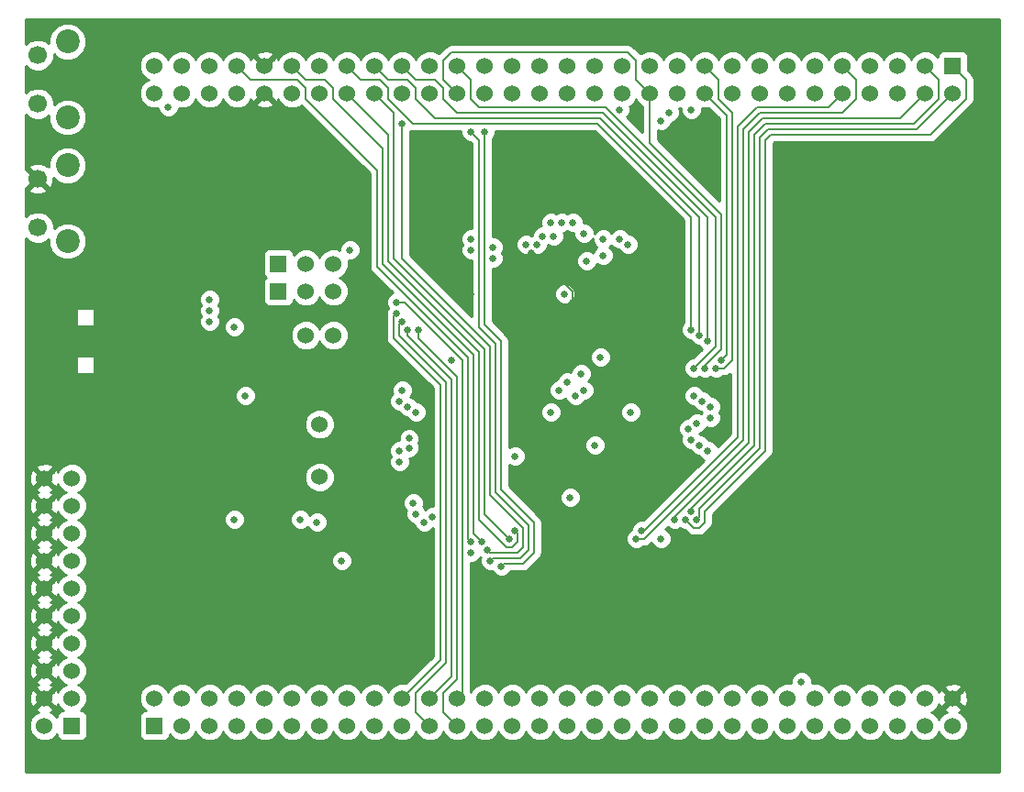
<source format=gbr>
G04 (created by PCBNEW-RS274X (2012-01-19 BZR 3256)-stable) date 09/09/2012 16:00:37*
G01*
G70*
G90*
%MOIN*%
G04 Gerber Fmt 3.4, Leading zero omitted, Abs format*
%FSLAX34Y34*%
G04 APERTURE LIST*
%ADD10C,0.006000*%
%ADD11C,0.060000*%
%ADD12R,0.060000X0.060000*%
%ADD13C,0.086600*%
%ADD14C,0.066900*%
%ADD15C,0.025000*%
%ADD16C,0.008000*%
%ADD17C,0.010000*%
G04 APERTURE END LIST*
G54D10*
G54D11*
X61500Y-58500D03*
X62500Y-57500D03*
G54D12*
X62500Y-58500D03*
G54D11*
X61500Y-57500D03*
X62500Y-56500D03*
X61500Y-56500D03*
X62500Y-55500D03*
X61500Y-55500D03*
X62500Y-54500D03*
X61500Y-54500D03*
X62500Y-53500D03*
X61500Y-53500D03*
X62500Y-52500D03*
X61500Y-52500D03*
X62500Y-51500D03*
X61500Y-51500D03*
X62500Y-50500D03*
X61500Y-50500D03*
X62500Y-49500D03*
X61500Y-49500D03*
X71500Y-47539D03*
X71500Y-49461D03*
X71000Y-44300D03*
X72000Y-44300D03*
G54D12*
X94500Y-34500D03*
G54D11*
X94500Y-35500D03*
X89500Y-34500D03*
X93500Y-35500D03*
X88500Y-34500D03*
X92500Y-35500D03*
X87500Y-34500D03*
X91500Y-35500D03*
X86500Y-34500D03*
X90500Y-35500D03*
X85500Y-34500D03*
X89500Y-35500D03*
X84500Y-34500D03*
X88500Y-35500D03*
X83500Y-34500D03*
X87500Y-35500D03*
X82500Y-34500D03*
X86500Y-35500D03*
X81500Y-34500D03*
X85500Y-35500D03*
X80500Y-34500D03*
X84500Y-35500D03*
X79500Y-34500D03*
X83500Y-35500D03*
X82500Y-35500D03*
X78500Y-34500D03*
X81500Y-35500D03*
X79500Y-35500D03*
X78500Y-35500D03*
X77500Y-35500D03*
X76500Y-35500D03*
X77500Y-34500D03*
X76500Y-34500D03*
X93500Y-34500D03*
X92500Y-34500D03*
X91500Y-34500D03*
X90500Y-34500D03*
X75500Y-34500D03*
X75500Y-35500D03*
X80500Y-35500D03*
X74500Y-34500D03*
X74500Y-35500D03*
X73500Y-34500D03*
X73500Y-35500D03*
X72500Y-34500D03*
X72500Y-35500D03*
X71500Y-34500D03*
X71500Y-35500D03*
X70500Y-34500D03*
X70500Y-35500D03*
X69500Y-34500D03*
X69500Y-35500D03*
X68500Y-34500D03*
X68500Y-35500D03*
X67500Y-34500D03*
X67500Y-35500D03*
X66500Y-34500D03*
X66500Y-35500D03*
X65500Y-34500D03*
X65500Y-35500D03*
G54D12*
X65500Y-58500D03*
G54D11*
X65500Y-57500D03*
X70500Y-58500D03*
X66500Y-57500D03*
X71500Y-58500D03*
X67500Y-57500D03*
X72500Y-58500D03*
X68500Y-57500D03*
X73500Y-58500D03*
X69500Y-57500D03*
X74500Y-58500D03*
X70500Y-57500D03*
X75500Y-58500D03*
X71500Y-57500D03*
X76500Y-58500D03*
X72500Y-57500D03*
X77500Y-58500D03*
X73500Y-57500D03*
X78500Y-58500D03*
X74500Y-57500D03*
X79500Y-58500D03*
X75500Y-57500D03*
X80500Y-58500D03*
X76500Y-57500D03*
X77500Y-57500D03*
X81500Y-58500D03*
X78500Y-57500D03*
X80500Y-57500D03*
X81500Y-57500D03*
X82500Y-57500D03*
X83500Y-57500D03*
X82500Y-58500D03*
X83500Y-58500D03*
X66500Y-58500D03*
X67500Y-58500D03*
X68500Y-58500D03*
X69500Y-58500D03*
X84500Y-58500D03*
X84500Y-57500D03*
X79500Y-57500D03*
X85500Y-58500D03*
X85500Y-57500D03*
X86500Y-58500D03*
X86500Y-57500D03*
X87500Y-58500D03*
X87500Y-57500D03*
X88500Y-58500D03*
X88500Y-57500D03*
X89500Y-58500D03*
X89500Y-57500D03*
X90500Y-58500D03*
X90500Y-57500D03*
X91500Y-58500D03*
X91500Y-57500D03*
X92500Y-58500D03*
X92500Y-57500D03*
X93500Y-58500D03*
X93500Y-57500D03*
X94500Y-58500D03*
X94500Y-57500D03*
G54D12*
X70000Y-41700D03*
G54D11*
X71000Y-41700D03*
X72000Y-41700D03*
G54D12*
X70000Y-42700D03*
G54D11*
X71000Y-42700D03*
X72000Y-42700D03*
G54D13*
X62341Y-33622D03*
X62341Y-36378D03*
G54D14*
X61258Y-34114D03*
X61258Y-35886D03*
G54D13*
X62341Y-38122D03*
X62341Y-40878D03*
G54D14*
X61258Y-38614D03*
X61258Y-40386D03*
G54D15*
X68400Y-44000D03*
X68400Y-51000D03*
X74500Y-46300D03*
X74400Y-46700D03*
X74700Y-46900D03*
X75000Y-47100D03*
X72600Y-41200D03*
X66000Y-36000D03*
X80200Y-46300D03*
X77000Y-51800D03*
X85700Y-47300D03*
X85700Y-46900D03*
X85400Y-46700D03*
X85100Y-46500D03*
X85600Y-48500D03*
X85300Y-48300D03*
X85000Y-48100D03*
X74300Y-43500D03*
X74500Y-43800D03*
X74700Y-44100D03*
X75100Y-44100D03*
X74300Y-43100D03*
X79600Y-40700D03*
X79400Y-41000D03*
X81800Y-41400D03*
X84900Y-47700D03*
X85200Y-47500D03*
X82700Y-41000D03*
X82400Y-40800D03*
X77800Y-41500D03*
X80700Y-40200D03*
X80300Y-40200D03*
X79900Y-40200D03*
X80000Y-40700D03*
X77000Y-41200D03*
X81800Y-40800D03*
X77000Y-40800D03*
X89000Y-56900D03*
X81100Y-40600D03*
X81200Y-41600D03*
X81100Y-46300D03*
X80800Y-46500D03*
X74750Y-48050D03*
X74750Y-48400D03*
X74400Y-48500D03*
X74400Y-48900D03*
X77000Y-36900D03*
X77700Y-52500D03*
X77500Y-36900D03*
X78100Y-52700D03*
X85100Y-45500D03*
X85500Y-45500D03*
X83000Y-51700D03*
X83200Y-51400D03*
X85000Y-36100D03*
X71400Y-51100D03*
X85600Y-44500D03*
X77600Y-52100D03*
X74500Y-36600D03*
X85300Y-44300D03*
X78400Y-51700D03*
X85000Y-44100D03*
X78600Y-51400D03*
X77800Y-41100D03*
X77400Y-51800D03*
X84200Y-36200D03*
X83900Y-36500D03*
X85900Y-45500D03*
X86100Y-45200D03*
X85000Y-50700D03*
X85200Y-51000D03*
X84400Y-51000D03*
X84800Y-51000D03*
X82400Y-36100D03*
X80500Y-46000D03*
X81000Y-45700D03*
X77000Y-52200D03*
X74900Y-50400D03*
X75000Y-50800D03*
X75600Y-50900D03*
X75300Y-51100D03*
X67500Y-43000D03*
X67500Y-43400D03*
X67500Y-43800D03*
X79900Y-47100D03*
X64600Y-46500D03*
X79200Y-41300D03*
X83600Y-46900D03*
X81400Y-52800D03*
X72700Y-43700D03*
X72600Y-49600D03*
X75000Y-46100D03*
X80700Y-43100D03*
X85900Y-36700D03*
X77000Y-42800D03*
X86100Y-46100D03*
X72700Y-44400D03*
X83000Y-47800D03*
X80400Y-49300D03*
X83100Y-36500D03*
X83000Y-52800D03*
X71900Y-48200D03*
X77200Y-52700D03*
X70800Y-51000D03*
X68800Y-46500D03*
X83900Y-51700D03*
X72300Y-52500D03*
X80600Y-50200D03*
X79000Y-41000D03*
X82800Y-47100D03*
X76300Y-45200D03*
X81700Y-45100D03*
X80400Y-42800D03*
X78600Y-48700D03*
X81500Y-48300D03*
G54D16*
X68500Y-34500D02*
X69000Y-35000D01*
X77000Y-51800D02*
X76900Y-51700D01*
X69000Y-35000D02*
X70700Y-35000D01*
X70700Y-35000D02*
X71000Y-35300D01*
X76900Y-45100D02*
X73600Y-41800D01*
X73600Y-38300D02*
X73600Y-41800D01*
X76900Y-51700D02*
X76900Y-45100D01*
X71000Y-35300D02*
X71000Y-35700D01*
X71000Y-35700D02*
X73600Y-38300D01*
X75900Y-56100D02*
X74500Y-57500D01*
X74200Y-44400D02*
X75900Y-46100D01*
X74200Y-43600D02*
X74200Y-44400D01*
X75900Y-46100D02*
X75900Y-56100D01*
X74300Y-43500D02*
X74200Y-43600D01*
X74400Y-44300D02*
X76100Y-46000D01*
X75000Y-57300D02*
X75000Y-58000D01*
X76100Y-56200D02*
X75000Y-57300D01*
X76100Y-46000D02*
X76100Y-56200D01*
X74400Y-43900D02*
X74500Y-43800D01*
X75000Y-58000D02*
X75500Y-58500D01*
X74400Y-43900D02*
X74400Y-44300D01*
X76300Y-56700D02*
X75500Y-57500D01*
X74700Y-44100D02*
X74700Y-44300D01*
X74700Y-44300D02*
X76300Y-45900D01*
X76300Y-45900D02*
X76300Y-56700D01*
X76000Y-57300D02*
X76000Y-58000D01*
X76500Y-56800D02*
X76000Y-57300D01*
X75100Y-44400D02*
X76500Y-45800D01*
X76500Y-45800D02*
X76500Y-56800D01*
X76000Y-58000D02*
X76500Y-58500D01*
X75100Y-44100D02*
X75100Y-44400D01*
X76700Y-57300D02*
X76500Y-57500D01*
X76700Y-57300D02*
X76700Y-45200D01*
X76700Y-45200D02*
X74600Y-43100D01*
X74600Y-43100D02*
X74300Y-43100D01*
X77700Y-52500D02*
X77800Y-52400D01*
X77800Y-52400D02*
X78800Y-52400D01*
X79100Y-52100D02*
X79100Y-51200D01*
X77900Y-50000D02*
X77900Y-44600D01*
X77300Y-44000D02*
X77900Y-44600D01*
X79100Y-51200D02*
X77900Y-50000D01*
X77000Y-36900D02*
X77300Y-37200D01*
X77300Y-37200D02*
X77300Y-44000D01*
X78800Y-52400D02*
X79100Y-52100D01*
X77500Y-43900D02*
X77500Y-36900D01*
X79300Y-52200D02*
X79300Y-51100D01*
X78900Y-52600D02*
X79300Y-52200D01*
X78200Y-52600D02*
X78900Y-52600D01*
X78100Y-49900D02*
X78100Y-44500D01*
X78100Y-52700D02*
X78200Y-52600D01*
X78100Y-44500D02*
X77500Y-43900D01*
X79300Y-51100D02*
X78100Y-49900D01*
X81900Y-36000D02*
X85900Y-40000D01*
X77000Y-35700D02*
X77300Y-36000D01*
X85900Y-44700D02*
X85900Y-40000D01*
X77000Y-35700D02*
X77000Y-35000D01*
X77300Y-36000D02*
X81900Y-36000D01*
X85100Y-45500D02*
X85900Y-44700D01*
X76500Y-34500D02*
X77000Y-35000D01*
X76000Y-34300D02*
X76300Y-34000D01*
X76500Y-35500D02*
X76000Y-35000D01*
X85500Y-45500D02*
X85500Y-45400D01*
X83500Y-35500D02*
X83500Y-37300D01*
X82700Y-34000D02*
X83000Y-34300D01*
X83000Y-35000D02*
X83500Y-35500D01*
X85500Y-45400D02*
X86100Y-44800D01*
X86100Y-44800D02*
X86100Y-39900D01*
X76000Y-35000D02*
X76000Y-34300D01*
X76300Y-34000D02*
X82700Y-34000D01*
X83000Y-34300D02*
X83000Y-35000D01*
X83500Y-37300D02*
X86100Y-39900D01*
X83300Y-51700D02*
X86900Y-48100D01*
X83000Y-51700D02*
X83300Y-51700D01*
X86900Y-36800D02*
X87500Y-36200D01*
X90500Y-36200D02*
X91000Y-35700D01*
X86900Y-48100D02*
X86900Y-36800D01*
X87500Y-36200D02*
X90500Y-36200D01*
X91000Y-35700D02*
X91000Y-35000D01*
X91000Y-35000D02*
X90500Y-34500D01*
X86700Y-36700D02*
X87400Y-36000D01*
X90000Y-36000D02*
X90500Y-35500D01*
X87400Y-36000D02*
X90000Y-36000D01*
X83200Y-51400D02*
X83300Y-51400D01*
X83300Y-51400D02*
X86700Y-48000D01*
X86700Y-48000D02*
X86700Y-36700D01*
X76000Y-35700D02*
X76500Y-36200D01*
X85600Y-40000D02*
X85600Y-44500D01*
X81800Y-36200D02*
X85600Y-40000D01*
X76500Y-36200D02*
X81800Y-36200D01*
X76000Y-35300D02*
X76000Y-35700D01*
X75700Y-35000D02*
X76000Y-35300D01*
X75000Y-35000D02*
X75700Y-35000D01*
X75000Y-35000D02*
X74500Y-34500D01*
X78900Y-52000D02*
X78900Y-51300D01*
X77700Y-44700D02*
X74500Y-41500D01*
X78700Y-52200D02*
X78900Y-52000D01*
X74500Y-41500D02*
X74500Y-36600D01*
X78900Y-51300D02*
X77700Y-50100D01*
X77700Y-50100D02*
X77700Y-44700D01*
X77700Y-52200D02*
X78700Y-52200D01*
X77600Y-52100D02*
X77700Y-52200D01*
X85300Y-40000D02*
X85300Y-44300D01*
X74700Y-35000D02*
X75000Y-35300D01*
X74000Y-35000D02*
X74700Y-35000D01*
X75000Y-35300D02*
X75000Y-35700D01*
X81700Y-36400D02*
X85300Y-40000D01*
X75700Y-36400D02*
X81700Y-36400D01*
X73500Y-34500D02*
X74000Y-35000D01*
X75000Y-35700D02*
X75700Y-36400D01*
X77500Y-44800D02*
X74200Y-41500D01*
X73500Y-35500D02*
X74200Y-36200D01*
X77500Y-50800D02*
X77500Y-44800D01*
X74200Y-36200D02*
X74200Y-41500D01*
X78400Y-51700D02*
X77500Y-50800D01*
X85000Y-40000D02*
X85000Y-44100D01*
X73000Y-35000D02*
X73700Y-35000D01*
X74900Y-36600D02*
X81600Y-36600D01*
X81600Y-36600D02*
X85000Y-40000D01*
X74000Y-35700D02*
X74900Y-36600D01*
X73700Y-35000D02*
X74000Y-35300D01*
X72500Y-34500D02*
X73000Y-35000D01*
X74000Y-35300D02*
X74000Y-35700D01*
X78700Y-51800D02*
X78500Y-52000D01*
X78700Y-51500D02*
X78700Y-51800D01*
X74000Y-37000D02*
X74000Y-41600D01*
X78500Y-52000D02*
X78300Y-52000D01*
X77300Y-44900D02*
X74000Y-41600D01*
X78600Y-51400D02*
X78700Y-51500D01*
X78300Y-52000D02*
X77300Y-51000D01*
X72500Y-35500D02*
X74000Y-37000D01*
X77300Y-51000D02*
X77300Y-44900D01*
X73800Y-37500D02*
X73800Y-41700D01*
X77100Y-45000D02*
X73800Y-41700D01*
X72000Y-35700D02*
X73800Y-37500D01*
X71700Y-35000D02*
X72000Y-35300D01*
X77400Y-51800D02*
X77100Y-51500D01*
X71000Y-35000D02*
X71700Y-35000D01*
X70500Y-34500D02*
X71000Y-35000D01*
X72000Y-35300D02*
X72000Y-35700D01*
X77100Y-51500D02*
X77100Y-45000D01*
X85900Y-45500D02*
X86200Y-45500D01*
X86500Y-36200D02*
X86000Y-35700D01*
X86000Y-35000D02*
X85500Y-34500D01*
X86200Y-45500D02*
X86500Y-45200D01*
X86000Y-35700D02*
X86000Y-35000D01*
X86500Y-45200D02*
X86500Y-36200D01*
X86300Y-45000D02*
X86300Y-36300D01*
X86100Y-45200D02*
X86300Y-45000D01*
X86300Y-36300D02*
X85500Y-35500D01*
X85000Y-50700D02*
X85000Y-50600D01*
X87300Y-48300D02*
X87300Y-37000D01*
X87700Y-36600D02*
X93100Y-36600D01*
X94000Y-35000D02*
X93500Y-34500D01*
X94000Y-35700D02*
X94000Y-35000D01*
X87300Y-37000D02*
X87700Y-36600D01*
X93100Y-36600D02*
X94000Y-35700D01*
X85000Y-50600D02*
X87300Y-48300D01*
X85300Y-50600D02*
X87500Y-48400D01*
X93200Y-36800D02*
X94500Y-35500D01*
X87500Y-37100D02*
X87800Y-36800D01*
X85300Y-50900D02*
X85300Y-50600D01*
X87500Y-48400D02*
X87500Y-37100D01*
X87800Y-36800D02*
X93200Y-36800D01*
X85200Y-51000D02*
X85300Y-50900D01*
X87100Y-36900D02*
X87600Y-36400D01*
X87100Y-48200D02*
X87100Y-36900D01*
X84400Y-51000D02*
X84400Y-50900D01*
X84400Y-50900D02*
X87100Y-48200D01*
X87600Y-36400D02*
X92600Y-36400D01*
X92600Y-36400D02*
X93500Y-35500D01*
X85100Y-51300D02*
X85300Y-51300D01*
X87900Y-37000D02*
X93700Y-37000D01*
X87700Y-48500D02*
X87700Y-37200D01*
X85500Y-50700D02*
X87700Y-48500D01*
X95000Y-35700D02*
X95000Y-35000D01*
X85500Y-51100D02*
X85500Y-50700D01*
X87700Y-37200D02*
X87900Y-37000D01*
X95000Y-35000D02*
X94500Y-34500D01*
X84800Y-51000D02*
X85100Y-51300D01*
X93700Y-37000D02*
X95000Y-35700D01*
X85300Y-51300D02*
X85500Y-51100D01*
X81500Y-49300D02*
X83000Y-47800D01*
X80700Y-43100D02*
X83600Y-46000D01*
X64600Y-41956D02*
X61258Y-38614D01*
X80700Y-42700D02*
X80700Y-43100D01*
X79200Y-41300D02*
X79300Y-41300D01*
X64600Y-46500D02*
X64600Y-41956D01*
X83600Y-47200D02*
X83000Y-47800D01*
X83600Y-46900D02*
X83600Y-47200D01*
X86100Y-46100D02*
X84400Y-46100D01*
X84400Y-46100D02*
X83600Y-46900D01*
X79300Y-41300D02*
X80700Y-42700D01*
X83600Y-46000D02*
X83600Y-46900D01*
X81500Y-49300D02*
X80400Y-49300D01*
G54D10*
G36*
X77010Y-43600D02*
X74790Y-41380D01*
X74790Y-36868D01*
X74899Y-36889D01*
X74900Y-36890D01*
X76625Y-36890D01*
X76625Y-36974D01*
X76682Y-37112D01*
X76787Y-37217D01*
X76925Y-37275D01*
X76965Y-37275D01*
X77010Y-37320D01*
X77010Y-40425D01*
X76926Y-40425D01*
X76788Y-40482D01*
X76683Y-40587D01*
X76625Y-40725D01*
X76625Y-40874D01*
X76677Y-41000D01*
X76625Y-41125D01*
X76625Y-41274D01*
X76682Y-41412D01*
X76787Y-41517D01*
X76925Y-41575D01*
X77010Y-41575D01*
X77010Y-43600D01*
X77010Y-43600D01*
G37*
G54D17*
X77010Y-43600D02*
X74790Y-41380D01*
X74790Y-36868D01*
X74899Y-36889D01*
X74900Y-36890D01*
X76625Y-36890D01*
X76625Y-36974D01*
X76682Y-37112D01*
X76787Y-37217D01*
X76925Y-37275D01*
X76965Y-37275D01*
X77010Y-37320D01*
X77010Y-40425D01*
X76926Y-40425D01*
X76788Y-40482D01*
X76683Y-40587D01*
X76625Y-40725D01*
X76625Y-40874D01*
X76677Y-41000D01*
X76625Y-41125D01*
X76625Y-41274D01*
X76682Y-41412D01*
X76787Y-41517D01*
X76925Y-41575D01*
X77010Y-41575D01*
X77010Y-43600D01*
G54D10*
G36*
X83210Y-36900D02*
X82670Y-36360D01*
X82717Y-36313D01*
X82775Y-36175D01*
X82775Y-36026D01*
X82758Y-35986D01*
X82811Y-35965D01*
X82965Y-35811D01*
X83000Y-35726D01*
X83035Y-35811D01*
X83189Y-35965D01*
X83210Y-35973D01*
X83210Y-36900D01*
X83210Y-36900D01*
G37*
G54D17*
X83210Y-36900D02*
X82670Y-36360D01*
X82717Y-36313D01*
X82775Y-36175D01*
X82775Y-36026D01*
X82758Y-35986D01*
X82811Y-35965D01*
X82965Y-35811D01*
X83000Y-35726D01*
X83035Y-35811D01*
X83189Y-35965D01*
X83210Y-35973D01*
X83210Y-36900D01*
G54D10*
G36*
X86010Y-39400D02*
X83790Y-37180D01*
X83790Y-36860D01*
X83825Y-36875D01*
X83974Y-36875D01*
X84112Y-36818D01*
X84217Y-36713D01*
X84274Y-36575D01*
X84275Y-36575D01*
X84275Y-36574D01*
X84412Y-36518D01*
X84517Y-36413D01*
X84575Y-36275D01*
X84575Y-36126D01*
X84543Y-36049D01*
X84609Y-36049D01*
X84625Y-36042D01*
X84625Y-36174D01*
X84682Y-36312D01*
X84787Y-36417D01*
X84925Y-36475D01*
X85074Y-36475D01*
X85212Y-36418D01*
X85317Y-36313D01*
X85375Y-36175D01*
X85375Y-36042D01*
X85391Y-36049D01*
X85609Y-36049D01*
X85630Y-36040D01*
X86010Y-36420D01*
X86010Y-39400D01*
X86010Y-39400D01*
G37*
G54D17*
X86010Y-39400D02*
X83790Y-37180D01*
X83790Y-36860D01*
X83825Y-36875D01*
X83974Y-36875D01*
X84112Y-36818D01*
X84217Y-36713D01*
X84274Y-36575D01*
X84275Y-36575D01*
X84275Y-36574D01*
X84412Y-36518D01*
X84517Y-36413D01*
X84575Y-36275D01*
X84575Y-36126D01*
X84543Y-36049D01*
X84609Y-36049D01*
X84625Y-36042D01*
X84625Y-36174D01*
X84682Y-36312D01*
X84787Y-36417D01*
X84925Y-36475D01*
X85074Y-36475D01*
X85212Y-36418D01*
X85317Y-36313D01*
X85375Y-36175D01*
X85375Y-36042D01*
X85391Y-36049D01*
X85609Y-36049D01*
X85630Y-36040D01*
X86010Y-36420D01*
X86010Y-39400D01*
G54D10*
G36*
X96175Y-60175D02*
X95290Y-60175D01*
X95290Y-35700D01*
X95290Y-35000D01*
X95268Y-34889D01*
X95205Y-34795D01*
X95049Y-34639D01*
X95049Y-34151D01*
X95011Y-34059D01*
X94941Y-33989D01*
X94850Y-33951D01*
X94751Y-33951D01*
X94151Y-33951D01*
X94059Y-33989D01*
X93989Y-34059D01*
X93951Y-34150D01*
X93951Y-34175D01*
X93811Y-34035D01*
X93609Y-33951D01*
X93391Y-33951D01*
X93189Y-34035D01*
X93035Y-34189D01*
X93000Y-34273D01*
X92965Y-34189D01*
X92811Y-34035D01*
X92609Y-33951D01*
X92391Y-33951D01*
X92189Y-34035D01*
X92035Y-34189D01*
X92000Y-34273D01*
X91965Y-34189D01*
X91811Y-34035D01*
X91609Y-33951D01*
X91391Y-33951D01*
X91189Y-34035D01*
X91035Y-34189D01*
X91000Y-34273D01*
X90965Y-34189D01*
X90811Y-34035D01*
X90609Y-33951D01*
X90391Y-33951D01*
X90189Y-34035D01*
X90035Y-34189D01*
X90000Y-34273D01*
X89965Y-34189D01*
X89811Y-34035D01*
X89609Y-33951D01*
X89391Y-33951D01*
X89189Y-34035D01*
X89035Y-34189D01*
X89000Y-34273D01*
X88965Y-34189D01*
X88811Y-34035D01*
X88609Y-33951D01*
X88391Y-33951D01*
X88189Y-34035D01*
X88035Y-34189D01*
X88000Y-34273D01*
X87965Y-34189D01*
X87811Y-34035D01*
X87609Y-33951D01*
X87391Y-33951D01*
X87189Y-34035D01*
X87035Y-34189D01*
X87000Y-34273D01*
X86965Y-34189D01*
X86811Y-34035D01*
X86609Y-33951D01*
X86391Y-33951D01*
X86189Y-34035D01*
X86035Y-34189D01*
X86000Y-34273D01*
X85965Y-34189D01*
X85811Y-34035D01*
X85609Y-33951D01*
X85391Y-33951D01*
X85189Y-34035D01*
X85035Y-34189D01*
X85000Y-34273D01*
X84965Y-34189D01*
X84811Y-34035D01*
X84609Y-33951D01*
X84391Y-33951D01*
X84189Y-34035D01*
X84035Y-34189D01*
X84000Y-34273D01*
X83965Y-34189D01*
X83811Y-34035D01*
X83609Y-33951D01*
X83391Y-33951D01*
X83189Y-34035D01*
X83167Y-34057D01*
X82905Y-33795D01*
X82811Y-33732D01*
X82700Y-33710D01*
X76300Y-33710D01*
X76189Y-33732D01*
X76095Y-33795D01*
X75833Y-34057D01*
X75811Y-34035D01*
X75609Y-33951D01*
X75391Y-33951D01*
X75189Y-34035D01*
X75035Y-34189D01*
X75000Y-34273D01*
X74965Y-34189D01*
X74811Y-34035D01*
X74609Y-33951D01*
X74391Y-33951D01*
X74189Y-34035D01*
X74035Y-34189D01*
X74000Y-34273D01*
X73965Y-34189D01*
X73811Y-34035D01*
X73609Y-33951D01*
X73391Y-33951D01*
X73189Y-34035D01*
X73035Y-34189D01*
X73000Y-34273D01*
X72965Y-34189D01*
X72811Y-34035D01*
X72609Y-33951D01*
X72391Y-33951D01*
X72189Y-34035D01*
X72035Y-34189D01*
X72000Y-34273D01*
X71965Y-34189D01*
X71811Y-34035D01*
X71609Y-33951D01*
X71391Y-33951D01*
X71189Y-34035D01*
X71035Y-34189D01*
X71000Y-34273D01*
X70965Y-34189D01*
X70811Y-34035D01*
X70609Y-33951D01*
X70391Y-33951D01*
X70189Y-34035D01*
X70035Y-34189D01*
X69997Y-34280D01*
X69972Y-34219D01*
X69878Y-34192D01*
X69808Y-34262D01*
X69808Y-34122D01*
X69781Y-34028D01*
X69579Y-33957D01*
X69366Y-33968D01*
X69219Y-34028D01*
X69192Y-34122D01*
X69500Y-34429D01*
X69808Y-34122D01*
X69808Y-34262D01*
X69571Y-34500D01*
X69500Y-34571D01*
X69429Y-34500D01*
X69394Y-34465D01*
X69122Y-34192D01*
X69028Y-34219D01*
X69004Y-34284D01*
X68965Y-34189D01*
X68811Y-34035D01*
X68609Y-33951D01*
X68391Y-33951D01*
X68189Y-34035D01*
X68035Y-34189D01*
X68000Y-34273D01*
X67965Y-34189D01*
X67811Y-34035D01*
X67609Y-33951D01*
X67391Y-33951D01*
X67189Y-34035D01*
X67035Y-34189D01*
X67000Y-34273D01*
X66965Y-34189D01*
X66811Y-34035D01*
X66609Y-33951D01*
X66391Y-33951D01*
X66189Y-34035D01*
X66035Y-34189D01*
X66000Y-34273D01*
X65965Y-34189D01*
X65811Y-34035D01*
X65609Y-33951D01*
X65391Y-33951D01*
X65189Y-34035D01*
X65035Y-34189D01*
X64951Y-34391D01*
X64951Y-34609D01*
X65035Y-34811D01*
X65189Y-34965D01*
X65273Y-35000D01*
X65189Y-35035D01*
X65035Y-35189D01*
X64951Y-35391D01*
X64951Y-35609D01*
X65035Y-35811D01*
X65189Y-35965D01*
X65391Y-36049D01*
X65609Y-36049D01*
X65625Y-36042D01*
X65625Y-36074D01*
X65682Y-36212D01*
X65787Y-36317D01*
X65925Y-36375D01*
X66074Y-36375D01*
X66212Y-36318D01*
X66317Y-36213D01*
X66375Y-36075D01*
X66375Y-36042D01*
X66391Y-36049D01*
X66609Y-36049D01*
X66811Y-35965D01*
X66965Y-35811D01*
X67000Y-35726D01*
X67035Y-35811D01*
X67189Y-35965D01*
X67391Y-36049D01*
X67609Y-36049D01*
X67811Y-35965D01*
X67965Y-35811D01*
X68000Y-35726D01*
X68035Y-35811D01*
X68189Y-35965D01*
X68391Y-36049D01*
X68609Y-36049D01*
X68811Y-35965D01*
X68965Y-35811D01*
X69002Y-35719D01*
X69028Y-35781D01*
X69122Y-35808D01*
X69394Y-35535D01*
X69429Y-35500D01*
X69500Y-35429D01*
X69571Y-35500D01*
X69606Y-35535D01*
X69878Y-35808D01*
X69972Y-35781D01*
X69995Y-35715D01*
X70035Y-35811D01*
X70189Y-35965D01*
X70391Y-36049D01*
X70609Y-36049D01*
X70811Y-35965D01*
X70833Y-35943D01*
X73310Y-38420D01*
X73310Y-41800D01*
X73332Y-41911D01*
X73395Y-42005D01*
X74147Y-42757D01*
X74088Y-42782D01*
X73983Y-42887D01*
X73925Y-43025D01*
X73925Y-43174D01*
X73977Y-43300D01*
X73925Y-43425D01*
X73925Y-43524D01*
X73910Y-43600D01*
X73910Y-44400D01*
X73932Y-44511D01*
X73995Y-44605D01*
X75610Y-46220D01*
X75610Y-50525D01*
X75526Y-50525D01*
X75388Y-50582D01*
X75375Y-50594D01*
X75375Y-47175D01*
X75375Y-47026D01*
X75318Y-46888D01*
X75213Y-46783D01*
X75075Y-46725D01*
X75033Y-46725D01*
X75018Y-46688D01*
X74913Y-46583D01*
X74796Y-46533D01*
X74817Y-46513D01*
X74875Y-46375D01*
X74875Y-46226D01*
X74818Y-46088D01*
X74713Y-45983D01*
X74575Y-45925D01*
X74426Y-45925D01*
X74288Y-45982D01*
X74183Y-46087D01*
X74125Y-46225D01*
X74125Y-46374D01*
X74145Y-46424D01*
X74083Y-46487D01*
X74025Y-46625D01*
X74025Y-46774D01*
X74082Y-46912D01*
X74187Y-47017D01*
X74325Y-47075D01*
X74366Y-47075D01*
X74382Y-47112D01*
X74487Y-47217D01*
X74625Y-47275D01*
X74666Y-47275D01*
X74682Y-47312D01*
X74787Y-47417D01*
X74925Y-47475D01*
X75074Y-47475D01*
X75212Y-47418D01*
X75317Y-47313D01*
X75375Y-47175D01*
X75375Y-50594D01*
X75336Y-50633D01*
X75318Y-50588D01*
X75254Y-50524D01*
X75275Y-50475D01*
X75275Y-50326D01*
X75218Y-50188D01*
X75125Y-50095D01*
X75125Y-48475D01*
X75125Y-48326D01*
X75083Y-48224D01*
X75125Y-48125D01*
X75125Y-47976D01*
X75068Y-47838D01*
X74963Y-47733D01*
X74825Y-47675D01*
X74676Y-47675D01*
X74538Y-47732D01*
X74433Y-47837D01*
X74375Y-47975D01*
X74375Y-48124D01*
X74375Y-48125D01*
X74326Y-48125D01*
X74188Y-48182D01*
X74083Y-48287D01*
X74025Y-48425D01*
X74025Y-48574D01*
X74077Y-48700D01*
X74025Y-48825D01*
X74025Y-48974D01*
X74082Y-49112D01*
X74187Y-49217D01*
X74325Y-49275D01*
X74474Y-49275D01*
X74612Y-49218D01*
X74717Y-49113D01*
X74775Y-48975D01*
X74775Y-48826D01*
X74753Y-48775D01*
X74824Y-48775D01*
X74962Y-48718D01*
X75067Y-48613D01*
X75125Y-48475D01*
X75125Y-50095D01*
X75113Y-50083D01*
X74975Y-50025D01*
X74826Y-50025D01*
X74688Y-50082D01*
X74583Y-50187D01*
X74525Y-50325D01*
X74525Y-50474D01*
X74582Y-50612D01*
X74645Y-50675D01*
X74625Y-50725D01*
X74625Y-50874D01*
X74682Y-51012D01*
X74787Y-51117D01*
X74925Y-51175D01*
X74982Y-51312D01*
X75087Y-51417D01*
X75225Y-51475D01*
X75374Y-51475D01*
X75512Y-51418D01*
X75610Y-51320D01*
X75610Y-55980D01*
X74630Y-56959D01*
X74609Y-56951D01*
X74391Y-56951D01*
X74189Y-57035D01*
X74035Y-57189D01*
X74000Y-57273D01*
X73965Y-57189D01*
X73811Y-57035D01*
X73609Y-56951D01*
X73391Y-56951D01*
X73189Y-57035D01*
X73035Y-57189D01*
X73000Y-57273D01*
X72975Y-57213D01*
X72975Y-41275D01*
X72975Y-41126D01*
X72918Y-40988D01*
X72813Y-40883D01*
X72675Y-40825D01*
X72526Y-40825D01*
X72388Y-40882D01*
X72283Y-40987D01*
X72225Y-41125D01*
X72225Y-41199D01*
X72109Y-41151D01*
X71891Y-41151D01*
X71689Y-41235D01*
X71535Y-41389D01*
X71500Y-41473D01*
X71465Y-41389D01*
X71311Y-41235D01*
X71109Y-41151D01*
X70891Y-41151D01*
X70689Y-41235D01*
X70549Y-41375D01*
X70549Y-41351D01*
X70511Y-41259D01*
X70441Y-41189D01*
X70350Y-41151D01*
X70251Y-41151D01*
X69808Y-41151D01*
X69808Y-35878D01*
X69500Y-35571D01*
X69192Y-35878D01*
X69219Y-35972D01*
X69421Y-36043D01*
X69634Y-36032D01*
X69781Y-35972D01*
X69808Y-35878D01*
X69808Y-41151D01*
X69651Y-41151D01*
X69559Y-41189D01*
X69489Y-41259D01*
X69451Y-41350D01*
X69451Y-41449D01*
X69451Y-42049D01*
X69489Y-42141D01*
X69548Y-42200D01*
X69489Y-42259D01*
X69451Y-42350D01*
X69451Y-42449D01*
X69451Y-43049D01*
X69489Y-43141D01*
X69559Y-43211D01*
X69650Y-43249D01*
X69749Y-43249D01*
X70349Y-43249D01*
X70441Y-43211D01*
X70511Y-43141D01*
X70549Y-43050D01*
X70549Y-43025D01*
X70689Y-43165D01*
X70891Y-43249D01*
X71109Y-43249D01*
X71311Y-43165D01*
X71465Y-43011D01*
X71500Y-42926D01*
X71535Y-43011D01*
X71689Y-43165D01*
X71891Y-43249D01*
X72109Y-43249D01*
X72311Y-43165D01*
X72465Y-43011D01*
X72549Y-42809D01*
X72549Y-42591D01*
X72465Y-42389D01*
X72311Y-42235D01*
X72226Y-42200D01*
X72311Y-42165D01*
X72465Y-42011D01*
X72549Y-41809D01*
X72549Y-41591D01*
X72542Y-41575D01*
X72674Y-41575D01*
X72812Y-41518D01*
X72917Y-41413D01*
X72975Y-41275D01*
X72975Y-57213D01*
X72965Y-57189D01*
X72811Y-57035D01*
X72675Y-56978D01*
X72675Y-52575D01*
X72675Y-52426D01*
X72618Y-52288D01*
X72549Y-52219D01*
X72549Y-44409D01*
X72549Y-44191D01*
X72465Y-43989D01*
X72311Y-43835D01*
X72109Y-43751D01*
X71891Y-43751D01*
X71689Y-43835D01*
X71535Y-43989D01*
X71500Y-44073D01*
X71465Y-43989D01*
X71311Y-43835D01*
X71109Y-43751D01*
X70891Y-43751D01*
X70689Y-43835D01*
X70535Y-43989D01*
X70451Y-44191D01*
X70451Y-44409D01*
X70535Y-44611D01*
X70689Y-44765D01*
X70891Y-44849D01*
X71109Y-44849D01*
X71311Y-44765D01*
X71465Y-44611D01*
X71500Y-44526D01*
X71535Y-44611D01*
X71689Y-44765D01*
X71891Y-44849D01*
X72109Y-44849D01*
X72311Y-44765D01*
X72465Y-44611D01*
X72549Y-44409D01*
X72549Y-52219D01*
X72513Y-52183D01*
X72375Y-52125D01*
X72226Y-52125D01*
X72088Y-52182D01*
X72049Y-52221D01*
X72049Y-49570D01*
X72049Y-49352D01*
X72049Y-47648D01*
X72049Y-47430D01*
X71965Y-47228D01*
X71811Y-47074D01*
X71609Y-46990D01*
X71391Y-46990D01*
X71189Y-47074D01*
X71035Y-47228D01*
X70951Y-47430D01*
X70951Y-47648D01*
X71035Y-47850D01*
X71189Y-48004D01*
X71391Y-48088D01*
X71609Y-48088D01*
X71811Y-48004D01*
X71965Y-47850D01*
X72049Y-47648D01*
X72049Y-49352D01*
X71965Y-49150D01*
X71811Y-48996D01*
X71609Y-48912D01*
X71391Y-48912D01*
X71189Y-48996D01*
X71035Y-49150D01*
X70951Y-49352D01*
X70951Y-49570D01*
X71035Y-49772D01*
X71189Y-49926D01*
X71391Y-50010D01*
X71609Y-50010D01*
X71811Y-49926D01*
X71965Y-49772D01*
X72049Y-49570D01*
X72049Y-52221D01*
X71983Y-52287D01*
X71925Y-52425D01*
X71925Y-52574D01*
X71982Y-52712D01*
X72087Y-52817D01*
X72225Y-52875D01*
X72374Y-52875D01*
X72512Y-52818D01*
X72617Y-52713D01*
X72675Y-52575D01*
X72675Y-56978D01*
X72609Y-56951D01*
X72391Y-56951D01*
X72189Y-57035D01*
X72035Y-57189D01*
X72000Y-57273D01*
X71965Y-57189D01*
X71811Y-57035D01*
X71775Y-57020D01*
X71775Y-51175D01*
X71775Y-51026D01*
X71718Y-50888D01*
X71613Y-50783D01*
X71475Y-50725D01*
X71326Y-50725D01*
X71188Y-50782D01*
X71136Y-50833D01*
X71118Y-50788D01*
X71013Y-50683D01*
X70875Y-50625D01*
X70726Y-50625D01*
X70588Y-50682D01*
X70483Y-50787D01*
X70425Y-50925D01*
X70425Y-51074D01*
X70482Y-51212D01*
X70587Y-51317D01*
X70725Y-51375D01*
X70874Y-51375D01*
X71012Y-51318D01*
X71063Y-51266D01*
X71082Y-51312D01*
X71187Y-51417D01*
X71325Y-51475D01*
X71474Y-51475D01*
X71612Y-51418D01*
X71717Y-51313D01*
X71775Y-51175D01*
X71775Y-57020D01*
X71609Y-56951D01*
X71391Y-56951D01*
X71189Y-57035D01*
X71035Y-57189D01*
X71000Y-57273D01*
X70965Y-57189D01*
X70811Y-57035D01*
X70609Y-56951D01*
X70391Y-56951D01*
X70189Y-57035D01*
X70035Y-57189D01*
X70000Y-57273D01*
X69965Y-57189D01*
X69811Y-57035D01*
X69609Y-56951D01*
X69391Y-56951D01*
X69189Y-57035D01*
X69175Y-57049D01*
X69175Y-46575D01*
X69175Y-46426D01*
X69118Y-46288D01*
X69013Y-46183D01*
X68875Y-46125D01*
X68775Y-46125D01*
X68775Y-44075D01*
X68775Y-43926D01*
X68718Y-43788D01*
X68613Y-43683D01*
X68475Y-43625D01*
X68326Y-43625D01*
X68188Y-43682D01*
X68083Y-43787D01*
X68025Y-43925D01*
X68025Y-44074D01*
X68082Y-44212D01*
X68187Y-44317D01*
X68325Y-44375D01*
X68474Y-44375D01*
X68612Y-44318D01*
X68717Y-44213D01*
X68775Y-44075D01*
X68775Y-46125D01*
X68726Y-46125D01*
X68588Y-46182D01*
X68483Y-46287D01*
X68425Y-46425D01*
X68425Y-46574D01*
X68482Y-46712D01*
X68587Y-46817D01*
X68725Y-46875D01*
X68874Y-46875D01*
X69012Y-46818D01*
X69117Y-46713D01*
X69175Y-46575D01*
X69175Y-57049D01*
X69035Y-57189D01*
X69000Y-57273D01*
X68965Y-57189D01*
X68811Y-57035D01*
X68775Y-57020D01*
X68775Y-51075D01*
X68775Y-50926D01*
X68718Y-50788D01*
X68613Y-50683D01*
X68475Y-50625D01*
X68326Y-50625D01*
X68188Y-50682D01*
X68083Y-50787D01*
X68025Y-50925D01*
X68025Y-51074D01*
X68082Y-51212D01*
X68187Y-51317D01*
X68325Y-51375D01*
X68474Y-51375D01*
X68612Y-51318D01*
X68717Y-51213D01*
X68775Y-51075D01*
X68775Y-57020D01*
X68609Y-56951D01*
X68391Y-56951D01*
X68189Y-57035D01*
X68035Y-57189D01*
X68000Y-57273D01*
X67965Y-57189D01*
X67875Y-57099D01*
X67875Y-43875D01*
X67875Y-43726D01*
X67822Y-43599D01*
X67875Y-43475D01*
X67875Y-43326D01*
X67822Y-43199D01*
X67875Y-43075D01*
X67875Y-42926D01*
X67818Y-42788D01*
X67713Y-42683D01*
X67575Y-42625D01*
X67426Y-42625D01*
X67288Y-42682D01*
X67183Y-42787D01*
X67125Y-42925D01*
X67125Y-43074D01*
X67177Y-43200D01*
X67125Y-43325D01*
X67125Y-43474D01*
X67177Y-43600D01*
X67125Y-43725D01*
X67125Y-43874D01*
X67182Y-44012D01*
X67287Y-44117D01*
X67425Y-44175D01*
X67574Y-44175D01*
X67712Y-44118D01*
X67817Y-44013D01*
X67875Y-43875D01*
X67875Y-57099D01*
X67811Y-57035D01*
X67609Y-56951D01*
X67391Y-56951D01*
X67189Y-57035D01*
X67035Y-57189D01*
X67000Y-57273D01*
X66965Y-57189D01*
X66811Y-57035D01*
X66609Y-56951D01*
X66391Y-56951D01*
X66189Y-57035D01*
X66035Y-57189D01*
X66000Y-57273D01*
X65965Y-57189D01*
X65811Y-57035D01*
X65609Y-56951D01*
X65391Y-56951D01*
X65189Y-57035D01*
X65035Y-57189D01*
X64951Y-57391D01*
X64951Y-57609D01*
X65035Y-57811D01*
X65175Y-57951D01*
X65151Y-57951D01*
X65059Y-57989D01*
X64989Y-58059D01*
X64951Y-58150D01*
X64951Y-58249D01*
X64951Y-58849D01*
X64989Y-58941D01*
X65059Y-59011D01*
X65150Y-59049D01*
X65249Y-59049D01*
X65849Y-59049D01*
X65941Y-59011D01*
X66011Y-58941D01*
X66049Y-58850D01*
X66049Y-58825D01*
X66189Y-58965D01*
X66391Y-59049D01*
X66609Y-59049D01*
X66811Y-58965D01*
X66965Y-58811D01*
X67000Y-58726D01*
X67035Y-58811D01*
X67189Y-58965D01*
X67391Y-59049D01*
X67609Y-59049D01*
X67811Y-58965D01*
X67965Y-58811D01*
X68000Y-58726D01*
X68035Y-58811D01*
X68189Y-58965D01*
X68391Y-59049D01*
X68609Y-59049D01*
X68811Y-58965D01*
X68965Y-58811D01*
X69000Y-58726D01*
X69035Y-58811D01*
X69189Y-58965D01*
X69391Y-59049D01*
X69609Y-59049D01*
X69811Y-58965D01*
X69965Y-58811D01*
X70000Y-58726D01*
X70035Y-58811D01*
X70189Y-58965D01*
X70391Y-59049D01*
X70609Y-59049D01*
X70811Y-58965D01*
X70965Y-58811D01*
X71000Y-58726D01*
X71035Y-58811D01*
X71189Y-58965D01*
X71391Y-59049D01*
X71609Y-59049D01*
X71811Y-58965D01*
X71965Y-58811D01*
X72000Y-58726D01*
X72035Y-58811D01*
X72189Y-58965D01*
X72391Y-59049D01*
X72609Y-59049D01*
X72811Y-58965D01*
X72965Y-58811D01*
X73000Y-58726D01*
X73035Y-58811D01*
X73189Y-58965D01*
X73391Y-59049D01*
X73609Y-59049D01*
X73811Y-58965D01*
X73965Y-58811D01*
X74000Y-58726D01*
X74035Y-58811D01*
X74189Y-58965D01*
X74391Y-59049D01*
X74609Y-59049D01*
X74811Y-58965D01*
X74965Y-58811D01*
X75000Y-58726D01*
X75035Y-58811D01*
X75189Y-58965D01*
X75391Y-59049D01*
X75609Y-59049D01*
X75811Y-58965D01*
X75965Y-58811D01*
X76000Y-58726D01*
X76035Y-58811D01*
X76189Y-58965D01*
X76391Y-59049D01*
X76609Y-59049D01*
X76811Y-58965D01*
X76965Y-58811D01*
X77000Y-58726D01*
X77035Y-58811D01*
X77189Y-58965D01*
X77391Y-59049D01*
X77609Y-59049D01*
X77811Y-58965D01*
X77965Y-58811D01*
X78000Y-58726D01*
X78035Y-58811D01*
X78189Y-58965D01*
X78391Y-59049D01*
X78609Y-59049D01*
X78811Y-58965D01*
X78965Y-58811D01*
X79000Y-58726D01*
X79035Y-58811D01*
X79189Y-58965D01*
X79391Y-59049D01*
X79609Y-59049D01*
X79811Y-58965D01*
X79965Y-58811D01*
X80000Y-58726D01*
X80035Y-58811D01*
X80189Y-58965D01*
X80391Y-59049D01*
X80609Y-59049D01*
X80811Y-58965D01*
X80965Y-58811D01*
X81000Y-58726D01*
X81035Y-58811D01*
X81189Y-58965D01*
X81391Y-59049D01*
X81609Y-59049D01*
X81811Y-58965D01*
X81965Y-58811D01*
X82000Y-58726D01*
X82035Y-58811D01*
X82189Y-58965D01*
X82391Y-59049D01*
X82609Y-59049D01*
X82811Y-58965D01*
X82965Y-58811D01*
X83000Y-58726D01*
X83035Y-58811D01*
X83189Y-58965D01*
X83391Y-59049D01*
X83609Y-59049D01*
X83811Y-58965D01*
X83965Y-58811D01*
X84000Y-58726D01*
X84035Y-58811D01*
X84189Y-58965D01*
X84391Y-59049D01*
X84609Y-59049D01*
X84811Y-58965D01*
X84965Y-58811D01*
X85000Y-58726D01*
X85035Y-58811D01*
X85189Y-58965D01*
X85391Y-59049D01*
X85609Y-59049D01*
X85811Y-58965D01*
X85965Y-58811D01*
X86000Y-58726D01*
X86035Y-58811D01*
X86189Y-58965D01*
X86391Y-59049D01*
X86609Y-59049D01*
X86811Y-58965D01*
X86965Y-58811D01*
X87000Y-58726D01*
X87035Y-58811D01*
X87189Y-58965D01*
X87391Y-59049D01*
X87609Y-59049D01*
X87811Y-58965D01*
X87965Y-58811D01*
X88000Y-58726D01*
X88035Y-58811D01*
X88189Y-58965D01*
X88391Y-59049D01*
X88609Y-59049D01*
X88811Y-58965D01*
X88965Y-58811D01*
X89000Y-58726D01*
X89035Y-58811D01*
X89189Y-58965D01*
X89391Y-59049D01*
X89609Y-59049D01*
X89811Y-58965D01*
X89965Y-58811D01*
X90000Y-58726D01*
X90035Y-58811D01*
X90189Y-58965D01*
X90391Y-59049D01*
X90609Y-59049D01*
X90811Y-58965D01*
X90965Y-58811D01*
X91000Y-58726D01*
X91035Y-58811D01*
X91189Y-58965D01*
X91391Y-59049D01*
X91609Y-59049D01*
X91811Y-58965D01*
X91965Y-58811D01*
X92000Y-58726D01*
X92035Y-58811D01*
X92189Y-58965D01*
X92391Y-59049D01*
X92609Y-59049D01*
X92811Y-58965D01*
X92965Y-58811D01*
X93000Y-58726D01*
X93035Y-58811D01*
X93189Y-58965D01*
X93391Y-59049D01*
X93609Y-59049D01*
X93811Y-58965D01*
X93965Y-58811D01*
X94000Y-58726D01*
X94035Y-58811D01*
X94189Y-58965D01*
X94391Y-59049D01*
X94609Y-59049D01*
X94811Y-58965D01*
X94965Y-58811D01*
X95049Y-58609D01*
X95049Y-58391D01*
X95043Y-58376D01*
X95043Y-57579D01*
X95032Y-57366D01*
X94972Y-57219D01*
X94878Y-57192D01*
X94808Y-57262D01*
X94808Y-57122D01*
X94781Y-57028D01*
X94579Y-56957D01*
X94366Y-56968D01*
X94219Y-57028D01*
X94192Y-57122D01*
X94500Y-57429D01*
X94808Y-57122D01*
X94808Y-57262D01*
X94571Y-57500D01*
X94878Y-57808D01*
X94972Y-57781D01*
X95043Y-57579D01*
X95043Y-58376D01*
X94965Y-58189D01*
X94811Y-58035D01*
X94719Y-57997D01*
X94781Y-57972D01*
X94808Y-57878D01*
X94500Y-57571D01*
X94192Y-57878D01*
X94219Y-57972D01*
X94284Y-57995D01*
X94189Y-58035D01*
X94035Y-58189D01*
X94000Y-58273D01*
X93965Y-58189D01*
X93811Y-58035D01*
X93726Y-58000D01*
X93811Y-57965D01*
X93965Y-57811D01*
X94002Y-57719D01*
X94028Y-57781D01*
X94122Y-57808D01*
X94429Y-57500D01*
X94122Y-57192D01*
X94028Y-57219D01*
X94004Y-57284D01*
X93965Y-57189D01*
X93811Y-57035D01*
X93609Y-56951D01*
X93391Y-56951D01*
X93189Y-57035D01*
X93035Y-57189D01*
X93000Y-57273D01*
X92965Y-57189D01*
X92811Y-57035D01*
X92609Y-56951D01*
X92391Y-56951D01*
X92189Y-57035D01*
X92035Y-57189D01*
X92000Y-57273D01*
X91965Y-57189D01*
X91811Y-57035D01*
X91609Y-56951D01*
X91391Y-56951D01*
X91189Y-57035D01*
X91035Y-57189D01*
X91000Y-57273D01*
X90965Y-57189D01*
X90811Y-57035D01*
X90609Y-56951D01*
X90391Y-56951D01*
X90189Y-57035D01*
X90035Y-57189D01*
X90000Y-57273D01*
X89965Y-57189D01*
X89811Y-57035D01*
X89609Y-56951D01*
X89391Y-56951D01*
X89375Y-56957D01*
X89375Y-56826D01*
X89318Y-56688D01*
X89213Y-56583D01*
X89075Y-56525D01*
X88926Y-56525D01*
X88788Y-56582D01*
X88683Y-56687D01*
X88625Y-56825D01*
X88625Y-56957D01*
X88609Y-56951D01*
X88391Y-56951D01*
X88189Y-57035D01*
X88035Y-57189D01*
X88000Y-57273D01*
X87965Y-57189D01*
X87811Y-57035D01*
X87609Y-56951D01*
X87391Y-56951D01*
X87189Y-57035D01*
X87035Y-57189D01*
X87000Y-57273D01*
X86965Y-57189D01*
X86811Y-57035D01*
X86609Y-56951D01*
X86391Y-56951D01*
X86189Y-57035D01*
X86035Y-57189D01*
X86000Y-57273D01*
X85965Y-57189D01*
X85811Y-57035D01*
X85609Y-56951D01*
X85391Y-56951D01*
X85189Y-57035D01*
X85035Y-57189D01*
X85000Y-57273D01*
X84965Y-57189D01*
X84811Y-57035D01*
X84609Y-56951D01*
X84391Y-56951D01*
X84189Y-57035D01*
X84035Y-57189D01*
X84000Y-57273D01*
X83965Y-57189D01*
X83811Y-57035D01*
X83609Y-56951D01*
X83391Y-56951D01*
X83189Y-57035D01*
X83035Y-57189D01*
X83000Y-57273D01*
X82965Y-57189D01*
X82811Y-57035D01*
X82609Y-56951D01*
X82391Y-56951D01*
X82189Y-57035D01*
X82075Y-57149D01*
X82075Y-45175D01*
X82075Y-45026D01*
X82018Y-44888D01*
X81913Y-44783D01*
X81775Y-44725D01*
X81626Y-44725D01*
X81488Y-44782D01*
X81383Y-44887D01*
X81325Y-45025D01*
X81325Y-45174D01*
X81382Y-45312D01*
X81487Y-45417D01*
X81625Y-45475D01*
X81774Y-45475D01*
X81912Y-45418D01*
X82017Y-45313D01*
X82075Y-45175D01*
X82075Y-57149D01*
X82035Y-57189D01*
X82000Y-57273D01*
X81965Y-57189D01*
X81875Y-57099D01*
X81875Y-48375D01*
X81875Y-48226D01*
X81818Y-48088D01*
X81713Y-47983D01*
X81575Y-47925D01*
X81475Y-47925D01*
X81475Y-46375D01*
X81475Y-46226D01*
X81418Y-46088D01*
X81313Y-45983D01*
X81266Y-45963D01*
X81317Y-45913D01*
X81375Y-45775D01*
X81375Y-45626D01*
X81318Y-45488D01*
X81213Y-45383D01*
X81075Y-45325D01*
X80926Y-45325D01*
X80788Y-45382D01*
X80775Y-45395D01*
X80775Y-42875D01*
X80775Y-42726D01*
X80718Y-42588D01*
X80613Y-42483D01*
X80475Y-42425D01*
X80326Y-42425D01*
X80188Y-42482D01*
X80083Y-42587D01*
X80025Y-42725D01*
X80025Y-42874D01*
X80082Y-43012D01*
X80187Y-43117D01*
X80325Y-43175D01*
X80474Y-43175D01*
X80612Y-43118D01*
X80717Y-43013D01*
X80775Y-42875D01*
X80775Y-45395D01*
X80683Y-45487D01*
X80625Y-45625D01*
X80625Y-45646D01*
X80575Y-45625D01*
X80426Y-45625D01*
X80288Y-45682D01*
X80183Y-45787D01*
X80125Y-45925D01*
X79988Y-45982D01*
X79883Y-46087D01*
X79825Y-46225D01*
X79825Y-46374D01*
X79882Y-46512D01*
X79987Y-46617D01*
X80125Y-46675D01*
X80274Y-46675D01*
X80412Y-46618D01*
X80434Y-46595D01*
X80482Y-46712D01*
X80587Y-46817D01*
X80725Y-46875D01*
X80874Y-46875D01*
X81012Y-46818D01*
X81117Y-46713D01*
X81132Y-46675D01*
X81174Y-46675D01*
X81312Y-46618D01*
X81417Y-46513D01*
X81475Y-46375D01*
X81475Y-47925D01*
X81426Y-47925D01*
X81288Y-47982D01*
X81183Y-48087D01*
X81125Y-48225D01*
X81125Y-48374D01*
X81182Y-48512D01*
X81287Y-48617D01*
X81425Y-48675D01*
X81574Y-48675D01*
X81712Y-48618D01*
X81817Y-48513D01*
X81875Y-48375D01*
X81875Y-57099D01*
X81811Y-57035D01*
X81609Y-56951D01*
X81391Y-56951D01*
X81189Y-57035D01*
X81035Y-57189D01*
X81000Y-57273D01*
X80975Y-57213D01*
X80975Y-50275D01*
X80975Y-50126D01*
X80918Y-49988D01*
X80813Y-49883D01*
X80675Y-49825D01*
X80526Y-49825D01*
X80388Y-49882D01*
X80283Y-49987D01*
X80275Y-50006D01*
X80275Y-47175D01*
X80275Y-47026D01*
X80218Y-46888D01*
X80113Y-46783D01*
X79975Y-46725D01*
X79826Y-46725D01*
X79688Y-46782D01*
X79583Y-46887D01*
X79525Y-47025D01*
X79525Y-47174D01*
X79582Y-47312D01*
X79687Y-47417D01*
X79825Y-47475D01*
X79974Y-47475D01*
X80112Y-47418D01*
X80217Y-47313D01*
X80275Y-47175D01*
X80275Y-50006D01*
X80225Y-50125D01*
X80225Y-50274D01*
X80282Y-50412D01*
X80387Y-50517D01*
X80525Y-50575D01*
X80674Y-50575D01*
X80812Y-50518D01*
X80917Y-50413D01*
X80975Y-50275D01*
X80975Y-57213D01*
X80965Y-57189D01*
X80811Y-57035D01*
X80609Y-56951D01*
X80391Y-56951D01*
X80189Y-57035D01*
X80035Y-57189D01*
X80000Y-57273D01*
X79965Y-57189D01*
X79811Y-57035D01*
X79609Y-56951D01*
X79391Y-56951D01*
X79189Y-57035D01*
X79035Y-57189D01*
X79000Y-57273D01*
X78965Y-57189D01*
X78811Y-57035D01*
X78609Y-56951D01*
X78391Y-56951D01*
X78189Y-57035D01*
X78035Y-57189D01*
X78000Y-57273D01*
X77965Y-57189D01*
X77811Y-57035D01*
X77609Y-56951D01*
X77391Y-56951D01*
X77189Y-57035D01*
X77035Y-57189D01*
X77000Y-57273D01*
X76990Y-57249D01*
X76990Y-52575D01*
X77074Y-52575D01*
X77212Y-52518D01*
X77317Y-52413D01*
X77336Y-52366D01*
X77345Y-52375D01*
X77325Y-52425D01*
X77325Y-52574D01*
X77382Y-52712D01*
X77487Y-52817D01*
X77625Y-52875D01*
X77766Y-52875D01*
X77782Y-52912D01*
X77887Y-53017D01*
X78025Y-53075D01*
X78174Y-53075D01*
X78312Y-53018D01*
X78417Y-52913D01*
X78426Y-52890D01*
X78900Y-52890D01*
X79011Y-52868D01*
X79105Y-52805D01*
X79505Y-52406D01*
X79505Y-52405D01*
X79568Y-52312D01*
X79568Y-52311D01*
X79571Y-52293D01*
X79589Y-52200D01*
X79590Y-52200D01*
X79590Y-51100D01*
X79568Y-50989D01*
X79505Y-50895D01*
X78390Y-49780D01*
X78390Y-49018D01*
X78525Y-49075D01*
X78674Y-49075D01*
X78812Y-49018D01*
X78917Y-48913D01*
X78975Y-48775D01*
X78975Y-48626D01*
X78918Y-48488D01*
X78813Y-48383D01*
X78675Y-48325D01*
X78526Y-48325D01*
X78390Y-48381D01*
X78390Y-44500D01*
X78368Y-44389D01*
X78305Y-44295D01*
X77790Y-43780D01*
X77790Y-41875D01*
X77874Y-41875D01*
X78012Y-41818D01*
X78117Y-41713D01*
X78175Y-41575D01*
X78175Y-41426D01*
X78122Y-41299D01*
X78175Y-41175D01*
X78175Y-41026D01*
X78118Y-40888D01*
X78013Y-40783D01*
X77875Y-40725D01*
X77790Y-40725D01*
X77790Y-37140D01*
X77817Y-37113D01*
X77875Y-36975D01*
X77875Y-36890D01*
X81480Y-36890D01*
X84710Y-40120D01*
X84710Y-43860D01*
X84683Y-43887D01*
X84625Y-44025D01*
X84625Y-44174D01*
X84682Y-44312D01*
X84787Y-44417D01*
X84925Y-44475D01*
X84966Y-44475D01*
X84982Y-44512D01*
X85087Y-44617D01*
X85225Y-44675D01*
X85266Y-44675D01*
X85282Y-44712D01*
X85380Y-44810D01*
X85065Y-45125D01*
X85026Y-45125D01*
X84888Y-45182D01*
X84783Y-45287D01*
X84725Y-45425D01*
X84725Y-45574D01*
X84782Y-45712D01*
X84887Y-45817D01*
X85025Y-45875D01*
X85174Y-45875D01*
X85300Y-45822D01*
X85425Y-45875D01*
X85574Y-45875D01*
X85700Y-45822D01*
X85825Y-45875D01*
X85974Y-45875D01*
X86112Y-45818D01*
X86140Y-45790D01*
X86200Y-45790D01*
X86311Y-45768D01*
X86405Y-45705D01*
X86410Y-45700D01*
X86410Y-47880D01*
X85942Y-48347D01*
X85918Y-48288D01*
X85813Y-48183D01*
X85675Y-48125D01*
X85633Y-48125D01*
X85618Y-48088D01*
X85513Y-47983D01*
X85375Y-47925D01*
X85333Y-47925D01*
X85318Y-47888D01*
X85295Y-47865D01*
X85412Y-47818D01*
X85517Y-47713D01*
X85546Y-47642D01*
X85625Y-47675D01*
X85774Y-47675D01*
X85912Y-47618D01*
X86017Y-47513D01*
X86075Y-47375D01*
X86075Y-47226D01*
X86022Y-47099D01*
X86075Y-46975D01*
X86075Y-46826D01*
X86018Y-46688D01*
X85913Y-46583D01*
X85775Y-46525D01*
X85733Y-46525D01*
X85718Y-46488D01*
X85613Y-46383D01*
X85475Y-46325D01*
X85433Y-46325D01*
X85418Y-46288D01*
X85313Y-46183D01*
X85175Y-46125D01*
X85026Y-46125D01*
X84888Y-46182D01*
X84783Y-46287D01*
X84725Y-46425D01*
X84725Y-46574D01*
X84782Y-46712D01*
X84887Y-46817D01*
X85025Y-46875D01*
X85066Y-46875D01*
X85082Y-46912D01*
X85187Y-47017D01*
X85325Y-47075D01*
X85366Y-47075D01*
X85377Y-47100D01*
X85353Y-47157D01*
X85275Y-47125D01*
X85126Y-47125D01*
X84988Y-47182D01*
X84883Y-47287D01*
X84867Y-47325D01*
X84826Y-47325D01*
X84688Y-47382D01*
X84583Y-47487D01*
X84525Y-47625D01*
X84525Y-47774D01*
X84582Y-47912D01*
X84645Y-47975D01*
X84625Y-48025D01*
X84625Y-48174D01*
X84682Y-48312D01*
X84787Y-48417D01*
X84925Y-48475D01*
X84966Y-48475D01*
X84982Y-48512D01*
X85087Y-48617D01*
X85225Y-48675D01*
X85266Y-48675D01*
X85282Y-48712D01*
X85387Y-48817D01*
X85447Y-48842D01*
X83265Y-51025D01*
X83175Y-51025D01*
X83175Y-47175D01*
X83175Y-47026D01*
X83118Y-46888D01*
X83075Y-46845D01*
X83075Y-41075D01*
X83075Y-40926D01*
X83018Y-40788D01*
X82913Y-40683D01*
X82775Y-40625D01*
X82733Y-40625D01*
X82718Y-40588D01*
X82613Y-40483D01*
X82475Y-40425D01*
X82326Y-40425D01*
X82188Y-40482D01*
X82100Y-40570D01*
X82013Y-40483D01*
X81875Y-40425D01*
X81726Y-40425D01*
X81588Y-40482D01*
X81483Y-40587D01*
X81475Y-40606D01*
X81475Y-40526D01*
X81418Y-40388D01*
X81313Y-40283D01*
X81175Y-40225D01*
X81075Y-40225D01*
X81075Y-40126D01*
X81018Y-39988D01*
X80913Y-39883D01*
X80775Y-39825D01*
X80626Y-39825D01*
X80499Y-39877D01*
X80375Y-39825D01*
X80226Y-39825D01*
X80099Y-39877D01*
X79975Y-39825D01*
X79826Y-39825D01*
X79688Y-39882D01*
X79583Y-39987D01*
X79525Y-40125D01*
X79525Y-40274D01*
X79546Y-40325D01*
X79526Y-40325D01*
X79388Y-40382D01*
X79283Y-40487D01*
X79225Y-40625D01*
X79225Y-40666D01*
X79199Y-40677D01*
X79075Y-40625D01*
X78926Y-40625D01*
X78788Y-40682D01*
X78683Y-40787D01*
X78625Y-40925D01*
X78625Y-41074D01*
X78682Y-41212D01*
X78787Y-41317D01*
X78925Y-41375D01*
X79074Y-41375D01*
X79200Y-41322D01*
X79325Y-41375D01*
X79474Y-41375D01*
X79612Y-41318D01*
X79717Y-41213D01*
X79775Y-41075D01*
X79775Y-41033D01*
X79800Y-41022D01*
X79925Y-41075D01*
X80074Y-41075D01*
X80212Y-41018D01*
X80317Y-40913D01*
X80375Y-40775D01*
X80375Y-40626D01*
X80353Y-40575D01*
X80374Y-40575D01*
X80500Y-40522D01*
X80625Y-40575D01*
X80725Y-40575D01*
X80725Y-40674D01*
X80782Y-40812D01*
X80887Y-40917D01*
X81025Y-40975D01*
X81174Y-40975D01*
X81312Y-40918D01*
X81417Y-40813D01*
X81425Y-40793D01*
X81425Y-40874D01*
X81482Y-41012D01*
X81570Y-41100D01*
X81483Y-41187D01*
X81433Y-41303D01*
X81413Y-41283D01*
X81275Y-41225D01*
X81126Y-41225D01*
X80988Y-41282D01*
X80883Y-41387D01*
X80825Y-41525D01*
X80825Y-41674D01*
X80882Y-41812D01*
X80987Y-41917D01*
X81125Y-41975D01*
X81274Y-41975D01*
X81412Y-41918D01*
X81517Y-41813D01*
X81566Y-41696D01*
X81587Y-41717D01*
X81725Y-41775D01*
X81874Y-41775D01*
X82012Y-41718D01*
X82117Y-41613D01*
X82175Y-41475D01*
X82175Y-41326D01*
X82118Y-41188D01*
X82030Y-41100D01*
X82100Y-41030D01*
X82187Y-41117D01*
X82325Y-41175D01*
X82366Y-41175D01*
X82382Y-41212D01*
X82487Y-41317D01*
X82625Y-41375D01*
X82774Y-41375D01*
X82912Y-41318D01*
X83017Y-41213D01*
X83075Y-41075D01*
X83075Y-46845D01*
X83013Y-46783D01*
X82875Y-46725D01*
X82726Y-46725D01*
X82588Y-46782D01*
X82483Y-46887D01*
X82425Y-47025D01*
X82425Y-47174D01*
X82482Y-47312D01*
X82587Y-47417D01*
X82725Y-47475D01*
X82874Y-47475D01*
X83012Y-47418D01*
X83117Y-47313D01*
X83175Y-47175D01*
X83175Y-51025D01*
X83126Y-51025D01*
X82988Y-51082D01*
X82883Y-51187D01*
X82825Y-51325D01*
X82825Y-51366D01*
X82788Y-51382D01*
X82683Y-51487D01*
X82625Y-51625D01*
X82625Y-51774D01*
X82682Y-51912D01*
X82787Y-52017D01*
X82925Y-52075D01*
X83074Y-52075D01*
X83212Y-52018D01*
X83240Y-51990D01*
X83300Y-51990D01*
X83411Y-51968D01*
X83505Y-51905D01*
X83557Y-51852D01*
X83582Y-51912D01*
X83687Y-52017D01*
X83825Y-52075D01*
X83974Y-52075D01*
X84112Y-52018D01*
X84217Y-51913D01*
X84275Y-51775D01*
X84275Y-51626D01*
X84218Y-51488D01*
X84113Y-51383D01*
X84052Y-51357D01*
X84140Y-51270D01*
X84187Y-51317D01*
X84325Y-51375D01*
X84474Y-51375D01*
X84600Y-51322D01*
X84725Y-51375D01*
X84765Y-51375D01*
X84895Y-51505D01*
X84989Y-51568D01*
X85100Y-51590D01*
X85300Y-51590D01*
X85411Y-51568D01*
X85505Y-51505D01*
X85704Y-51306D01*
X85704Y-51305D01*
X85705Y-51305D01*
X85767Y-51212D01*
X85768Y-51211D01*
X85789Y-51101D01*
X85790Y-51100D01*
X85790Y-50820D01*
X87905Y-48705D01*
X87968Y-48611D01*
X87990Y-48500D01*
X87990Y-37320D01*
X88020Y-37290D01*
X93700Y-37290D01*
X93811Y-37268D01*
X93905Y-37205D01*
X95205Y-35905D01*
X95268Y-35811D01*
X95290Y-35700D01*
X95290Y-60175D01*
X63330Y-60175D01*
X63330Y-45700D01*
X63330Y-45033D01*
X63330Y-43967D01*
X63330Y-43300D01*
X62663Y-43300D01*
X62663Y-43967D01*
X63330Y-43967D01*
X63330Y-45033D01*
X62663Y-45033D01*
X62663Y-45700D01*
X63330Y-45700D01*
X63330Y-60175D01*
X63049Y-60175D01*
X63049Y-58850D01*
X63049Y-58751D01*
X63049Y-58151D01*
X63011Y-58059D01*
X62941Y-57989D01*
X62850Y-57951D01*
X62825Y-57951D01*
X62965Y-57811D01*
X63049Y-57609D01*
X63049Y-57391D01*
X62965Y-57189D01*
X62811Y-57035D01*
X62726Y-57000D01*
X62811Y-56965D01*
X62965Y-56811D01*
X63049Y-56609D01*
X63049Y-56391D01*
X62965Y-56189D01*
X62811Y-56035D01*
X62726Y-56000D01*
X62811Y-55965D01*
X62965Y-55811D01*
X63049Y-55609D01*
X63049Y-55391D01*
X62965Y-55189D01*
X62811Y-55035D01*
X62726Y-55000D01*
X62811Y-54965D01*
X62965Y-54811D01*
X63049Y-54609D01*
X63049Y-54391D01*
X62965Y-54189D01*
X62811Y-54035D01*
X62726Y-54000D01*
X62811Y-53965D01*
X62965Y-53811D01*
X63049Y-53609D01*
X63049Y-53391D01*
X62965Y-53189D01*
X62811Y-53035D01*
X62726Y-53000D01*
X62811Y-52965D01*
X62965Y-52811D01*
X63049Y-52609D01*
X63049Y-52391D01*
X62965Y-52189D01*
X62811Y-52035D01*
X62726Y-52000D01*
X62811Y-51965D01*
X62965Y-51811D01*
X63049Y-51609D01*
X63049Y-51391D01*
X62965Y-51189D01*
X62811Y-51035D01*
X62726Y-51000D01*
X62811Y-50965D01*
X62965Y-50811D01*
X63049Y-50609D01*
X63049Y-50391D01*
X62965Y-50189D01*
X62811Y-50035D01*
X62726Y-50000D01*
X62811Y-49965D01*
X62965Y-49811D01*
X63049Y-49609D01*
X63049Y-49391D01*
X62965Y-49189D01*
X62811Y-49035D01*
X62609Y-48951D01*
X62391Y-48951D01*
X62189Y-49035D01*
X62035Y-49189D01*
X61997Y-49280D01*
X61972Y-49219D01*
X61878Y-49192D01*
X61808Y-49262D01*
X61808Y-49122D01*
X61781Y-49028D01*
X61579Y-48957D01*
X61366Y-48968D01*
X61219Y-49028D01*
X61192Y-49122D01*
X61500Y-49429D01*
X61808Y-49122D01*
X61808Y-49262D01*
X61571Y-49500D01*
X61878Y-49808D01*
X61972Y-49781D01*
X61995Y-49715D01*
X62035Y-49811D01*
X62189Y-49965D01*
X62273Y-50000D01*
X62189Y-50035D01*
X62035Y-50189D01*
X61997Y-50280D01*
X61972Y-50219D01*
X61878Y-50192D01*
X61808Y-50262D01*
X61808Y-50122D01*
X61781Y-50028D01*
X61707Y-50002D01*
X61781Y-49972D01*
X61808Y-49878D01*
X61500Y-49571D01*
X61429Y-49641D01*
X61429Y-49500D01*
X61122Y-49192D01*
X61028Y-49219D01*
X60957Y-49421D01*
X60968Y-49634D01*
X61028Y-49781D01*
X61122Y-49808D01*
X61429Y-49500D01*
X61429Y-49641D01*
X61192Y-49878D01*
X61219Y-49972D01*
X61292Y-49997D01*
X61219Y-50028D01*
X61192Y-50122D01*
X61500Y-50429D01*
X61808Y-50122D01*
X61808Y-50262D01*
X61571Y-50500D01*
X61878Y-50808D01*
X61972Y-50781D01*
X61995Y-50715D01*
X62035Y-50811D01*
X62189Y-50965D01*
X62273Y-51000D01*
X62189Y-51035D01*
X62035Y-51189D01*
X61997Y-51280D01*
X61972Y-51219D01*
X61878Y-51192D01*
X61808Y-51262D01*
X61808Y-51122D01*
X61781Y-51028D01*
X61707Y-51002D01*
X61781Y-50972D01*
X61808Y-50878D01*
X61500Y-50571D01*
X61429Y-50641D01*
X61429Y-50500D01*
X61122Y-50192D01*
X61028Y-50219D01*
X60957Y-50421D01*
X60968Y-50634D01*
X61028Y-50781D01*
X61122Y-50808D01*
X61429Y-50500D01*
X61429Y-50641D01*
X61192Y-50878D01*
X61219Y-50972D01*
X61292Y-50997D01*
X61219Y-51028D01*
X61192Y-51122D01*
X61500Y-51429D01*
X61808Y-51122D01*
X61808Y-51262D01*
X61571Y-51500D01*
X61878Y-51808D01*
X61972Y-51781D01*
X61995Y-51715D01*
X62035Y-51811D01*
X62189Y-51965D01*
X62273Y-52000D01*
X62189Y-52035D01*
X62035Y-52189D01*
X61997Y-52280D01*
X61972Y-52219D01*
X61878Y-52192D01*
X61808Y-52262D01*
X61808Y-52122D01*
X61781Y-52028D01*
X61707Y-52002D01*
X61781Y-51972D01*
X61808Y-51878D01*
X61500Y-51571D01*
X61429Y-51641D01*
X61429Y-51500D01*
X61122Y-51192D01*
X61028Y-51219D01*
X60957Y-51421D01*
X60968Y-51634D01*
X61028Y-51781D01*
X61122Y-51808D01*
X61429Y-51500D01*
X61429Y-51641D01*
X61192Y-51878D01*
X61219Y-51972D01*
X61292Y-51997D01*
X61219Y-52028D01*
X61192Y-52122D01*
X61500Y-52429D01*
X61808Y-52122D01*
X61808Y-52262D01*
X61571Y-52500D01*
X61878Y-52808D01*
X61972Y-52781D01*
X61995Y-52715D01*
X62035Y-52811D01*
X62189Y-52965D01*
X62273Y-53000D01*
X62189Y-53035D01*
X62035Y-53189D01*
X61997Y-53280D01*
X61972Y-53219D01*
X61878Y-53192D01*
X61808Y-53262D01*
X61808Y-53122D01*
X61781Y-53028D01*
X61707Y-53002D01*
X61781Y-52972D01*
X61808Y-52878D01*
X61500Y-52571D01*
X61429Y-52641D01*
X61429Y-52500D01*
X61122Y-52192D01*
X61028Y-52219D01*
X60957Y-52421D01*
X60968Y-52634D01*
X61028Y-52781D01*
X61122Y-52808D01*
X61429Y-52500D01*
X61429Y-52641D01*
X61192Y-52878D01*
X61219Y-52972D01*
X61292Y-52997D01*
X61219Y-53028D01*
X61192Y-53122D01*
X61500Y-53429D01*
X61808Y-53122D01*
X61808Y-53262D01*
X61571Y-53500D01*
X61878Y-53808D01*
X61972Y-53781D01*
X61995Y-53715D01*
X62035Y-53811D01*
X62189Y-53965D01*
X62273Y-54000D01*
X62189Y-54035D01*
X62035Y-54189D01*
X61997Y-54280D01*
X61972Y-54219D01*
X61878Y-54192D01*
X61808Y-54262D01*
X61808Y-54122D01*
X61781Y-54028D01*
X61707Y-54002D01*
X61781Y-53972D01*
X61808Y-53878D01*
X61500Y-53571D01*
X61429Y-53641D01*
X61429Y-53500D01*
X61122Y-53192D01*
X61028Y-53219D01*
X60957Y-53421D01*
X60968Y-53634D01*
X61028Y-53781D01*
X61122Y-53808D01*
X61429Y-53500D01*
X61429Y-53641D01*
X61192Y-53878D01*
X61219Y-53972D01*
X61292Y-53997D01*
X61219Y-54028D01*
X61192Y-54122D01*
X61500Y-54429D01*
X61808Y-54122D01*
X61808Y-54262D01*
X61571Y-54500D01*
X61878Y-54808D01*
X61972Y-54781D01*
X61995Y-54715D01*
X62035Y-54811D01*
X62189Y-54965D01*
X62273Y-55000D01*
X62189Y-55035D01*
X62035Y-55189D01*
X61997Y-55280D01*
X61972Y-55219D01*
X61878Y-55192D01*
X61808Y-55262D01*
X61808Y-55122D01*
X61781Y-55028D01*
X61707Y-55002D01*
X61781Y-54972D01*
X61808Y-54878D01*
X61500Y-54571D01*
X61429Y-54641D01*
X61429Y-54500D01*
X61122Y-54192D01*
X61028Y-54219D01*
X60957Y-54421D01*
X60968Y-54634D01*
X61028Y-54781D01*
X61122Y-54808D01*
X61429Y-54500D01*
X61429Y-54641D01*
X61192Y-54878D01*
X61219Y-54972D01*
X61292Y-54997D01*
X61219Y-55028D01*
X61192Y-55122D01*
X61500Y-55429D01*
X61808Y-55122D01*
X61808Y-55262D01*
X61571Y-55500D01*
X61878Y-55808D01*
X61972Y-55781D01*
X61995Y-55715D01*
X62035Y-55811D01*
X62189Y-55965D01*
X62273Y-56000D01*
X62189Y-56035D01*
X62035Y-56189D01*
X61997Y-56280D01*
X61972Y-56219D01*
X61878Y-56192D01*
X61808Y-56262D01*
X61808Y-56122D01*
X61781Y-56028D01*
X61707Y-56002D01*
X61781Y-55972D01*
X61808Y-55878D01*
X61500Y-55571D01*
X61429Y-55641D01*
X61429Y-55500D01*
X61122Y-55192D01*
X61028Y-55219D01*
X60957Y-55421D01*
X60968Y-55634D01*
X61028Y-55781D01*
X61122Y-55808D01*
X61429Y-55500D01*
X61429Y-55641D01*
X61192Y-55878D01*
X61219Y-55972D01*
X61292Y-55997D01*
X61219Y-56028D01*
X61192Y-56122D01*
X61500Y-56429D01*
X61808Y-56122D01*
X61808Y-56262D01*
X61571Y-56500D01*
X61878Y-56808D01*
X61972Y-56781D01*
X61995Y-56715D01*
X62035Y-56811D01*
X62189Y-56965D01*
X62273Y-57000D01*
X62189Y-57035D01*
X62035Y-57189D01*
X61997Y-57280D01*
X61972Y-57219D01*
X61878Y-57192D01*
X61808Y-57262D01*
X61808Y-57122D01*
X61781Y-57028D01*
X61707Y-57002D01*
X61781Y-56972D01*
X61808Y-56878D01*
X61500Y-56571D01*
X61429Y-56641D01*
X61429Y-56500D01*
X61122Y-56192D01*
X61028Y-56219D01*
X60957Y-56421D01*
X60968Y-56634D01*
X61028Y-56781D01*
X61122Y-56808D01*
X61429Y-56500D01*
X61429Y-56641D01*
X61192Y-56878D01*
X61219Y-56972D01*
X61292Y-56997D01*
X61219Y-57028D01*
X61192Y-57122D01*
X61500Y-57429D01*
X61808Y-57122D01*
X61808Y-57262D01*
X61571Y-57500D01*
X61878Y-57808D01*
X61972Y-57781D01*
X61995Y-57715D01*
X62035Y-57811D01*
X62175Y-57951D01*
X62151Y-57951D01*
X62059Y-57989D01*
X61989Y-58059D01*
X61951Y-58150D01*
X61951Y-58175D01*
X61811Y-58035D01*
X61719Y-57997D01*
X61781Y-57972D01*
X61808Y-57878D01*
X61500Y-57571D01*
X61429Y-57641D01*
X61429Y-57500D01*
X61122Y-57192D01*
X61028Y-57219D01*
X60957Y-57421D01*
X60968Y-57634D01*
X61028Y-57781D01*
X61122Y-57808D01*
X61429Y-57500D01*
X61429Y-57641D01*
X61192Y-57878D01*
X61219Y-57972D01*
X61284Y-57995D01*
X61189Y-58035D01*
X61035Y-58189D01*
X60951Y-58391D01*
X60951Y-58609D01*
X61035Y-58811D01*
X61189Y-58965D01*
X61391Y-59049D01*
X61609Y-59049D01*
X61811Y-58965D01*
X61951Y-58825D01*
X61951Y-58849D01*
X61989Y-58941D01*
X62059Y-59011D01*
X62150Y-59049D01*
X62249Y-59049D01*
X62849Y-59049D01*
X62941Y-59011D01*
X63011Y-58941D01*
X63049Y-58850D01*
X63049Y-60175D01*
X60825Y-60175D01*
X60825Y-40779D01*
X60927Y-40881D01*
X61142Y-40970D01*
X61374Y-40970D01*
X61589Y-40881D01*
X61658Y-40812D01*
X61658Y-41013D01*
X61762Y-41264D01*
X61954Y-41456D01*
X62204Y-41561D01*
X62476Y-41561D01*
X62727Y-41457D01*
X62919Y-41265D01*
X63024Y-41015D01*
X63024Y-40743D01*
X63024Y-38259D01*
X63024Y-37987D01*
X62920Y-37736D01*
X62728Y-37544D01*
X62478Y-37439D01*
X62206Y-37439D01*
X61955Y-37543D01*
X61763Y-37735D01*
X61658Y-37985D01*
X61658Y-38174D01*
X61607Y-38123D01*
X61572Y-38157D01*
X61559Y-38115D01*
X61345Y-38038D01*
X61118Y-38048D01*
X60957Y-38115D01*
X60926Y-38212D01*
X61223Y-38508D01*
X61258Y-38543D01*
X61329Y-38614D01*
X61364Y-38649D01*
X61660Y-38946D01*
X61757Y-38915D01*
X61834Y-38701D01*
X61828Y-38574D01*
X61954Y-38700D01*
X62204Y-38805D01*
X62476Y-38805D01*
X62727Y-38701D01*
X62919Y-38509D01*
X63024Y-38259D01*
X63024Y-40743D01*
X62920Y-40492D01*
X62728Y-40300D01*
X62478Y-40195D01*
X62206Y-40195D01*
X61955Y-40299D01*
X61842Y-40412D01*
X61842Y-40270D01*
X61753Y-40055D01*
X61590Y-39892D01*
X61590Y-39016D01*
X61258Y-38685D01*
X60926Y-39016D01*
X60957Y-39113D01*
X61171Y-39190D01*
X61398Y-39180D01*
X61559Y-39113D01*
X61590Y-39016D01*
X61590Y-39892D01*
X61589Y-39891D01*
X61374Y-39802D01*
X61142Y-39802D01*
X60927Y-39891D01*
X60825Y-39993D01*
X60825Y-38936D01*
X60856Y-38946D01*
X61187Y-38614D01*
X60856Y-38282D01*
X60825Y-38291D01*
X60825Y-36279D01*
X60927Y-36381D01*
X61142Y-36470D01*
X61374Y-36470D01*
X61589Y-36381D01*
X61658Y-36312D01*
X61658Y-36513D01*
X61762Y-36764D01*
X61954Y-36956D01*
X62204Y-37061D01*
X62476Y-37061D01*
X62727Y-36957D01*
X62919Y-36765D01*
X63024Y-36515D01*
X63024Y-36243D01*
X62920Y-35992D01*
X62728Y-35800D01*
X62478Y-35695D01*
X62206Y-35695D01*
X61955Y-35799D01*
X61842Y-35912D01*
X61842Y-35770D01*
X61753Y-35555D01*
X61589Y-35391D01*
X61374Y-35302D01*
X61142Y-35302D01*
X60927Y-35391D01*
X60825Y-35493D01*
X60825Y-34507D01*
X60927Y-34609D01*
X61142Y-34698D01*
X61374Y-34698D01*
X61589Y-34609D01*
X61753Y-34445D01*
X61842Y-34230D01*
X61842Y-34088D01*
X61954Y-34200D01*
X62204Y-34305D01*
X62476Y-34305D01*
X62727Y-34201D01*
X62919Y-34009D01*
X63024Y-33759D01*
X63024Y-33487D01*
X62920Y-33236D01*
X62728Y-33044D01*
X62478Y-32939D01*
X62206Y-32939D01*
X61955Y-33043D01*
X61763Y-33235D01*
X61658Y-33485D01*
X61658Y-33688D01*
X61589Y-33619D01*
X61374Y-33530D01*
X61142Y-33530D01*
X60927Y-33619D01*
X60825Y-33721D01*
X60825Y-32825D01*
X96175Y-32825D01*
X96175Y-60175D01*
X96175Y-60175D01*
G37*
G54D17*
X96175Y-60175D02*
X95290Y-60175D01*
X95290Y-35700D01*
X95290Y-35000D01*
X95268Y-34889D01*
X95205Y-34795D01*
X95049Y-34639D01*
X95049Y-34151D01*
X95011Y-34059D01*
X94941Y-33989D01*
X94850Y-33951D01*
X94751Y-33951D01*
X94151Y-33951D01*
X94059Y-33989D01*
X93989Y-34059D01*
X93951Y-34150D01*
X93951Y-34175D01*
X93811Y-34035D01*
X93609Y-33951D01*
X93391Y-33951D01*
X93189Y-34035D01*
X93035Y-34189D01*
X93000Y-34273D01*
X92965Y-34189D01*
X92811Y-34035D01*
X92609Y-33951D01*
X92391Y-33951D01*
X92189Y-34035D01*
X92035Y-34189D01*
X92000Y-34273D01*
X91965Y-34189D01*
X91811Y-34035D01*
X91609Y-33951D01*
X91391Y-33951D01*
X91189Y-34035D01*
X91035Y-34189D01*
X91000Y-34273D01*
X90965Y-34189D01*
X90811Y-34035D01*
X90609Y-33951D01*
X90391Y-33951D01*
X90189Y-34035D01*
X90035Y-34189D01*
X90000Y-34273D01*
X89965Y-34189D01*
X89811Y-34035D01*
X89609Y-33951D01*
X89391Y-33951D01*
X89189Y-34035D01*
X89035Y-34189D01*
X89000Y-34273D01*
X88965Y-34189D01*
X88811Y-34035D01*
X88609Y-33951D01*
X88391Y-33951D01*
X88189Y-34035D01*
X88035Y-34189D01*
X88000Y-34273D01*
X87965Y-34189D01*
X87811Y-34035D01*
X87609Y-33951D01*
X87391Y-33951D01*
X87189Y-34035D01*
X87035Y-34189D01*
X87000Y-34273D01*
X86965Y-34189D01*
X86811Y-34035D01*
X86609Y-33951D01*
X86391Y-33951D01*
X86189Y-34035D01*
X86035Y-34189D01*
X86000Y-34273D01*
X85965Y-34189D01*
X85811Y-34035D01*
X85609Y-33951D01*
X85391Y-33951D01*
X85189Y-34035D01*
X85035Y-34189D01*
X85000Y-34273D01*
X84965Y-34189D01*
X84811Y-34035D01*
X84609Y-33951D01*
X84391Y-33951D01*
X84189Y-34035D01*
X84035Y-34189D01*
X84000Y-34273D01*
X83965Y-34189D01*
X83811Y-34035D01*
X83609Y-33951D01*
X83391Y-33951D01*
X83189Y-34035D01*
X83167Y-34057D01*
X82905Y-33795D01*
X82811Y-33732D01*
X82700Y-33710D01*
X76300Y-33710D01*
X76189Y-33732D01*
X76095Y-33795D01*
X75833Y-34057D01*
X75811Y-34035D01*
X75609Y-33951D01*
X75391Y-33951D01*
X75189Y-34035D01*
X75035Y-34189D01*
X75000Y-34273D01*
X74965Y-34189D01*
X74811Y-34035D01*
X74609Y-33951D01*
X74391Y-33951D01*
X74189Y-34035D01*
X74035Y-34189D01*
X74000Y-34273D01*
X73965Y-34189D01*
X73811Y-34035D01*
X73609Y-33951D01*
X73391Y-33951D01*
X73189Y-34035D01*
X73035Y-34189D01*
X73000Y-34273D01*
X72965Y-34189D01*
X72811Y-34035D01*
X72609Y-33951D01*
X72391Y-33951D01*
X72189Y-34035D01*
X72035Y-34189D01*
X72000Y-34273D01*
X71965Y-34189D01*
X71811Y-34035D01*
X71609Y-33951D01*
X71391Y-33951D01*
X71189Y-34035D01*
X71035Y-34189D01*
X71000Y-34273D01*
X70965Y-34189D01*
X70811Y-34035D01*
X70609Y-33951D01*
X70391Y-33951D01*
X70189Y-34035D01*
X70035Y-34189D01*
X69997Y-34280D01*
X69972Y-34219D01*
X69878Y-34192D01*
X69808Y-34262D01*
X69808Y-34122D01*
X69781Y-34028D01*
X69579Y-33957D01*
X69366Y-33968D01*
X69219Y-34028D01*
X69192Y-34122D01*
X69500Y-34429D01*
X69808Y-34122D01*
X69808Y-34262D01*
X69571Y-34500D01*
X69500Y-34571D01*
X69429Y-34500D01*
X69394Y-34465D01*
X69122Y-34192D01*
X69028Y-34219D01*
X69004Y-34284D01*
X68965Y-34189D01*
X68811Y-34035D01*
X68609Y-33951D01*
X68391Y-33951D01*
X68189Y-34035D01*
X68035Y-34189D01*
X68000Y-34273D01*
X67965Y-34189D01*
X67811Y-34035D01*
X67609Y-33951D01*
X67391Y-33951D01*
X67189Y-34035D01*
X67035Y-34189D01*
X67000Y-34273D01*
X66965Y-34189D01*
X66811Y-34035D01*
X66609Y-33951D01*
X66391Y-33951D01*
X66189Y-34035D01*
X66035Y-34189D01*
X66000Y-34273D01*
X65965Y-34189D01*
X65811Y-34035D01*
X65609Y-33951D01*
X65391Y-33951D01*
X65189Y-34035D01*
X65035Y-34189D01*
X64951Y-34391D01*
X64951Y-34609D01*
X65035Y-34811D01*
X65189Y-34965D01*
X65273Y-35000D01*
X65189Y-35035D01*
X65035Y-35189D01*
X64951Y-35391D01*
X64951Y-35609D01*
X65035Y-35811D01*
X65189Y-35965D01*
X65391Y-36049D01*
X65609Y-36049D01*
X65625Y-36042D01*
X65625Y-36074D01*
X65682Y-36212D01*
X65787Y-36317D01*
X65925Y-36375D01*
X66074Y-36375D01*
X66212Y-36318D01*
X66317Y-36213D01*
X66375Y-36075D01*
X66375Y-36042D01*
X66391Y-36049D01*
X66609Y-36049D01*
X66811Y-35965D01*
X66965Y-35811D01*
X67000Y-35726D01*
X67035Y-35811D01*
X67189Y-35965D01*
X67391Y-36049D01*
X67609Y-36049D01*
X67811Y-35965D01*
X67965Y-35811D01*
X68000Y-35726D01*
X68035Y-35811D01*
X68189Y-35965D01*
X68391Y-36049D01*
X68609Y-36049D01*
X68811Y-35965D01*
X68965Y-35811D01*
X69002Y-35719D01*
X69028Y-35781D01*
X69122Y-35808D01*
X69394Y-35535D01*
X69429Y-35500D01*
X69500Y-35429D01*
X69571Y-35500D01*
X69606Y-35535D01*
X69878Y-35808D01*
X69972Y-35781D01*
X69995Y-35715D01*
X70035Y-35811D01*
X70189Y-35965D01*
X70391Y-36049D01*
X70609Y-36049D01*
X70811Y-35965D01*
X70833Y-35943D01*
X73310Y-38420D01*
X73310Y-41800D01*
X73332Y-41911D01*
X73395Y-42005D01*
X74147Y-42757D01*
X74088Y-42782D01*
X73983Y-42887D01*
X73925Y-43025D01*
X73925Y-43174D01*
X73977Y-43300D01*
X73925Y-43425D01*
X73925Y-43524D01*
X73910Y-43600D01*
X73910Y-44400D01*
X73932Y-44511D01*
X73995Y-44605D01*
X75610Y-46220D01*
X75610Y-50525D01*
X75526Y-50525D01*
X75388Y-50582D01*
X75375Y-50594D01*
X75375Y-47175D01*
X75375Y-47026D01*
X75318Y-46888D01*
X75213Y-46783D01*
X75075Y-46725D01*
X75033Y-46725D01*
X75018Y-46688D01*
X74913Y-46583D01*
X74796Y-46533D01*
X74817Y-46513D01*
X74875Y-46375D01*
X74875Y-46226D01*
X74818Y-46088D01*
X74713Y-45983D01*
X74575Y-45925D01*
X74426Y-45925D01*
X74288Y-45982D01*
X74183Y-46087D01*
X74125Y-46225D01*
X74125Y-46374D01*
X74145Y-46424D01*
X74083Y-46487D01*
X74025Y-46625D01*
X74025Y-46774D01*
X74082Y-46912D01*
X74187Y-47017D01*
X74325Y-47075D01*
X74366Y-47075D01*
X74382Y-47112D01*
X74487Y-47217D01*
X74625Y-47275D01*
X74666Y-47275D01*
X74682Y-47312D01*
X74787Y-47417D01*
X74925Y-47475D01*
X75074Y-47475D01*
X75212Y-47418D01*
X75317Y-47313D01*
X75375Y-47175D01*
X75375Y-50594D01*
X75336Y-50633D01*
X75318Y-50588D01*
X75254Y-50524D01*
X75275Y-50475D01*
X75275Y-50326D01*
X75218Y-50188D01*
X75125Y-50095D01*
X75125Y-48475D01*
X75125Y-48326D01*
X75083Y-48224D01*
X75125Y-48125D01*
X75125Y-47976D01*
X75068Y-47838D01*
X74963Y-47733D01*
X74825Y-47675D01*
X74676Y-47675D01*
X74538Y-47732D01*
X74433Y-47837D01*
X74375Y-47975D01*
X74375Y-48124D01*
X74375Y-48125D01*
X74326Y-48125D01*
X74188Y-48182D01*
X74083Y-48287D01*
X74025Y-48425D01*
X74025Y-48574D01*
X74077Y-48700D01*
X74025Y-48825D01*
X74025Y-48974D01*
X74082Y-49112D01*
X74187Y-49217D01*
X74325Y-49275D01*
X74474Y-49275D01*
X74612Y-49218D01*
X74717Y-49113D01*
X74775Y-48975D01*
X74775Y-48826D01*
X74753Y-48775D01*
X74824Y-48775D01*
X74962Y-48718D01*
X75067Y-48613D01*
X75125Y-48475D01*
X75125Y-50095D01*
X75113Y-50083D01*
X74975Y-50025D01*
X74826Y-50025D01*
X74688Y-50082D01*
X74583Y-50187D01*
X74525Y-50325D01*
X74525Y-50474D01*
X74582Y-50612D01*
X74645Y-50675D01*
X74625Y-50725D01*
X74625Y-50874D01*
X74682Y-51012D01*
X74787Y-51117D01*
X74925Y-51175D01*
X74982Y-51312D01*
X75087Y-51417D01*
X75225Y-51475D01*
X75374Y-51475D01*
X75512Y-51418D01*
X75610Y-51320D01*
X75610Y-55980D01*
X74630Y-56959D01*
X74609Y-56951D01*
X74391Y-56951D01*
X74189Y-57035D01*
X74035Y-57189D01*
X74000Y-57273D01*
X73965Y-57189D01*
X73811Y-57035D01*
X73609Y-56951D01*
X73391Y-56951D01*
X73189Y-57035D01*
X73035Y-57189D01*
X73000Y-57273D01*
X72975Y-57213D01*
X72975Y-41275D01*
X72975Y-41126D01*
X72918Y-40988D01*
X72813Y-40883D01*
X72675Y-40825D01*
X72526Y-40825D01*
X72388Y-40882D01*
X72283Y-40987D01*
X72225Y-41125D01*
X72225Y-41199D01*
X72109Y-41151D01*
X71891Y-41151D01*
X71689Y-41235D01*
X71535Y-41389D01*
X71500Y-41473D01*
X71465Y-41389D01*
X71311Y-41235D01*
X71109Y-41151D01*
X70891Y-41151D01*
X70689Y-41235D01*
X70549Y-41375D01*
X70549Y-41351D01*
X70511Y-41259D01*
X70441Y-41189D01*
X70350Y-41151D01*
X70251Y-41151D01*
X69808Y-41151D01*
X69808Y-35878D01*
X69500Y-35571D01*
X69192Y-35878D01*
X69219Y-35972D01*
X69421Y-36043D01*
X69634Y-36032D01*
X69781Y-35972D01*
X69808Y-35878D01*
X69808Y-41151D01*
X69651Y-41151D01*
X69559Y-41189D01*
X69489Y-41259D01*
X69451Y-41350D01*
X69451Y-41449D01*
X69451Y-42049D01*
X69489Y-42141D01*
X69548Y-42200D01*
X69489Y-42259D01*
X69451Y-42350D01*
X69451Y-42449D01*
X69451Y-43049D01*
X69489Y-43141D01*
X69559Y-43211D01*
X69650Y-43249D01*
X69749Y-43249D01*
X70349Y-43249D01*
X70441Y-43211D01*
X70511Y-43141D01*
X70549Y-43050D01*
X70549Y-43025D01*
X70689Y-43165D01*
X70891Y-43249D01*
X71109Y-43249D01*
X71311Y-43165D01*
X71465Y-43011D01*
X71500Y-42926D01*
X71535Y-43011D01*
X71689Y-43165D01*
X71891Y-43249D01*
X72109Y-43249D01*
X72311Y-43165D01*
X72465Y-43011D01*
X72549Y-42809D01*
X72549Y-42591D01*
X72465Y-42389D01*
X72311Y-42235D01*
X72226Y-42200D01*
X72311Y-42165D01*
X72465Y-42011D01*
X72549Y-41809D01*
X72549Y-41591D01*
X72542Y-41575D01*
X72674Y-41575D01*
X72812Y-41518D01*
X72917Y-41413D01*
X72975Y-41275D01*
X72975Y-57213D01*
X72965Y-57189D01*
X72811Y-57035D01*
X72675Y-56978D01*
X72675Y-52575D01*
X72675Y-52426D01*
X72618Y-52288D01*
X72549Y-52219D01*
X72549Y-44409D01*
X72549Y-44191D01*
X72465Y-43989D01*
X72311Y-43835D01*
X72109Y-43751D01*
X71891Y-43751D01*
X71689Y-43835D01*
X71535Y-43989D01*
X71500Y-44073D01*
X71465Y-43989D01*
X71311Y-43835D01*
X71109Y-43751D01*
X70891Y-43751D01*
X70689Y-43835D01*
X70535Y-43989D01*
X70451Y-44191D01*
X70451Y-44409D01*
X70535Y-44611D01*
X70689Y-44765D01*
X70891Y-44849D01*
X71109Y-44849D01*
X71311Y-44765D01*
X71465Y-44611D01*
X71500Y-44526D01*
X71535Y-44611D01*
X71689Y-44765D01*
X71891Y-44849D01*
X72109Y-44849D01*
X72311Y-44765D01*
X72465Y-44611D01*
X72549Y-44409D01*
X72549Y-52219D01*
X72513Y-52183D01*
X72375Y-52125D01*
X72226Y-52125D01*
X72088Y-52182D01*
X72049Y-52221D01*
X72049Y-49570D01*
X72049Y-49352D01*
X72049Y-47648D01*
X72049Y-47430D01*
X71965Y-47228D01*
X71811Y-47074D01*
X71609Y-46990D01*
X71391Y-46990D01*
X71189Y-47074D01*
X71035Y-47228D01*
X70951Y-47430D01*
X70951Y-47648D01*
X71035Y-47850D01*
X71189Y-48004D01*
X71391Y-48088D01*
X71609Y-48088D01*
X71811Y-48004D01*
X71965Y-47850D01*
X72049Y-47648D01*
X72049Y-49352D01*
X71965Y-49150D01*
X71811Y-48996D01*
X71609Y-48912D01*
X71391Y-48912D01*
X71189Y-48996D01*
X71035Y-49150D01*
X70951Y-49352D01*
X70951Y-49570D01*
X71035Y-49772D01*
X71189Y-49926D01*
X71391Y-50010D01*
X71609Y-50010D01*
X71811Y-49926D01*
X71965Y-49772D01*
X72049Y-49570D01*
X72049Y-52221D01*
X71983Y-52287D01*
X71925Y-52425D01*
X71925Y-52574D01*
X71982Y-52712D01*
X72087Y-52817D01*
X72225Y-52875D01*
X72374Y-52875D01*
X72512Y-52818D01*
X72617Y-52713D01*
X72675Y-52575D01*
X72675Y-56978D01*
X72609Y-56951D01*
X72391Y-56951D01*
X72189Y-57035D01*
X72035Y-57189D01*
X72000Y-57273D01*
X71965Y-57189D01*
X71811Y-57035D01*
X71775Y-57020D01*
X71775Y-51175D01*
X71775Y-51026D01*
X71718Y-50888D01*
X71613Y-50783D01*
X71475Y-50725D01*
X71326Y-50725D01*
X71188Y-50782D01*
X71136Y-50833D01*
X71118Y-50788D01*
X71013Y-50683D01*
X70875Y-50625D01*
X70726Y-50625D01*
X70588Y-50682D01*
X70483Y-50787D01*
X70425Y-50925D01*
X70425Y-51074D01*
X70482Y-51212D01*
X70587Y-51317D01*
X70725Y-51375D01*
X70874Y-51375D01*
X71012Y-51318D01*
X71063Y-51266D01*
X71082Y-51312D01*
X71187Y-51417D01*
X71325Y-51475D01*
X71474Y-51475D01*
X71612Y-51418D01*
X71717Y-51313D01*
X71775Y-51175D01*
X71775Y-57020D01*
X71609Y-56951D01*
X71391Y-56951D01*
X71189Y-57035D01*
X71035Y-57189D01*
X71000Y-57273D01*
X70965Y-57189D01*
X70811Y-57035D01*
X70609Y-56951D01*
X70391Y-56951D01*
X70189Y-57035D01*
X70035Y-57189D01*
X70000Y-57273D01*
X69965Y-57189D01*
X69811Y-57035D01*
X69609Y-56951D01*
X69391Y-56951D01*
X69189Y-57035D01*
X69175Y-57049D01*
X69175Y-46575D01*
X69175Y-46426D01*
X69118Y-46288D01*
X69013Y-46183D01*
X68875Y-46125D01*
X68775Y-46125D01*
X68775Y-44075D01*
X68775Y-43926D01*
X68718Y-43788D01*
X68613Y-43683D01*
X68475Y-43625D01*
X68326Y-43625D01*
X68188Y-43682D01*
X68083Y-43787D01*
X68025Y-43925D01*
X68025Y-44074D01*
X68082Y-44212D01*
X68187Y-44317D01*
X68325Y-44375D01*
X68474Y-44375D01*
X68612Y-44318D01*
X68717Y-44213D01*
X68775Y-44075D01*
X68775Y-46125D01*
X68726Y-46125D01*
X68588Y-46182D01*
X68483Y-46287D01*
X68425Y-46425D01*
X68425Y-46574D01*
X68482Y-46712D01*
X68587Y-46817D01*
X68725Y-46875D01*
X68874Y-46875D01*
X69012Y-46818D01*
X69117Y-46713D01*
X69175Y-46575D01*
X69175Y-57049D01*
X69035Y-57189D01*
X69000Y-57273D01*
X68965Y-57189D01*
X68811Y-57035D01*
X68775Y-57020D01*
X68775Y-51075D01*
X68775Y-50926D01*
X68718Y-50788D01*
X68613Y-50683D01*
X68475Y-50625D01*
X68326Y-50625D01*
X68188Y-50682D01*
X68083Y-50787D01*
X68025Y-50925D01*
X68025Y-51074D01*
X68082Y-51212D01*
X68187Y-51317D01*
X68325Y-51375D01*
X68474Y-51375D01*
X68612Y-51318D01*
X68717Y-51213D01*
X68775Y-51075D01*
X68775Y-57020D01*
X68609Y-56951D01*
X68391Y-56951D01*
X68189Y-57035D01*
X68035Y-57189D01*
X68000Y-57273D01*
X67965Y-57189D01*
X67875Y-57099D01*
X67875Y-43875D01*
X67875Y-43726D01*
X67822Y-43599D01*
X67875Y-43475D01*
X67875Y-43326D01*
X67822Y-43199D01*
X67875Y-43075D01*
X67875Y-42926D01*
X67818Y-42788D01*
X67713Y-42683D01*
X67575Y-42625D01*
X67426Y-42625D01*
X67288Y-42682D01*
X67183Y-42787D01*
X67125Y-42925D01*
X67125Y-43074D01*
X67177Y-43200D01*
X67125Y-43325D01*
X67125Y-43474D01*
X67177Y-43600D01*
X67125Y-43725D01*
X67125Y-43874D01*
X67182Y-44012D01*
X67287Y-44117D01*
X67425Y-44175D01*
X67574Y-44175D01*
X67712Y-44118D01*
X67817Y-44013D01*
X67875Y-43875D01*
X67875Y-57099D01*
X67811Y-57035D01*
X67609Y-56951D01*
X67391Y-56951D01*
X67189Y-57035D01*
X67035Y-57189D01*
X67000Y-57273D01*
X66965Y-57189D01*
X66811Y-57035D01*
X66609Y-56951D01*
X66391Y-56951D01*
X66189Y-57035D01*
X66035Y-57189D01*
X66000Y-57273D01*
X65965Y-57189D01*
X65811Y-57035D01*
X65609Y-56951D01*
X65391Y-56951D01*
X65189Y-57035D01*
X65035Y-57189D01*
X64951Y-57391D01*
X64951Y-57609D01*
X65035Y-57811D01*
X65175Y-57951D01*
X65151Y-57951D01*
X65059Y-57989D01*
X64989Y-58059D01*
X64951Y-58150D01*
X64951Y-58249D01*
X64951Y-58849D01*
X64989Y-58941D01*
X65059Y-59011D01*
X65150Y-59049D01*
X65249Y-59049D01*
X65849Y-59049D01*
X65941Y-59011D01*
X66011Y-58941D01*
X66049Y-58850D01*
X66049Y-58825D01*
X66189Y-58965D01*
X66391Y-59049D01*
X66609Y-59049D01*
X66811Y-58965D01*
X66965Y-58811D01*
X67000Y-58726D01*
X67035Y-58811D01*
X67189Y-58965D01*
X67391Y-59049D01*
X67609Y-59049D01*
X67811Y-58965D01*
X67965Y-58811D01*
X68000Y-58726D01*
X68035Y-58811D01*
X68189Y-58965D01*
X68391Y-59049D01*
X68609Y-59049D01*
X68811Y-58965D01*
X68965Y-58811D01*
X69000Y-58726D01*
X69035Y-58811D01*
X69189Y-58965D01*
X69391Y-59049D01*
X69609Y-59049D01*
X69811Y-58965D01*
X69965Y-58811D01*
X70000Y-58726D01*
X70035Y-58811D01*
X70189Y-58965D01*
X70391Y-59049D01*
X70609Y-59049D01*
X70811Y-58965D01*
X70965Y-58811D01*
X71000Y-58726D01*
X71035Y-58811D01*
X71189Y-58965D01*
X71391Y-59049D01*
X71609Y-59049D01*
X71811Y-58965D01*
X71965Y-58811D01*
X72000Y-58726D01*
X72035Y-58811D01*
X72189Y-58965D01*
X72391Y-59049D01*
X72609Y-59049D01*
X72811Y-58965D01*
X72965Y-58811D01*
X73000Y-58726D01*
X73035Y-58811D01*
X73189Y-58965D01*
X73391Y-59049D01*
X73609Y-59049D01*
X73811Y-58965D01*
X73965Y-58811D01*
X74000Y-58726D01*
X74035Y-58811D01*
X74189Y-58965D01*
X74391Y-59049D01*
X74609Y-59049D01*
X74811Y-58965D01*
X74965Y-58811D01*
X75000Y-58726D01*
X75035Y-58811D01*
X75189Y-58965D01*
X75391Y-59049D01*
X75609Y-59049D01*
X75811Y-58965D01*
X75965Y-58811D01*
X76000Y-58726D01*
X76035Y-58811D01*
X76189Y-58965D01*
X76391Y-59049D01*
X76609Y-59049D01*
X76811Y-58965D01*
X76965Y-58811D01*
X77000Y-58726D01*
X77035Y-58811D01*
X77189Y-58965D01*
X77391Y-59049D01*
X77609Y-59049D01*
X77811Y-58965D01*
X77965Y-58811D01*
X78000Y-58726D01*
X78035Y-58811D01*
X78189Y-58965D01*
X78391Y-59049D01*
X78609Y-59049D01*
X78811Y-58965D01*
X78965Y-58811D01*
X79000Y-58726D01*
X79035Y-58811D01*
X79189Y-58965D01*
X79391Y-59049D01*
X79609Y-59049D01*
X79811Y-58965D01*
X79965Y-58811D01*
X80000Y-58726D01*
X80035Y-58811D01*
X80189Y-58965D01*
X80391Y-59049D01*
X80609Y-59049D01*
X80811Y-58965D01*
X80965Y-58811D01*
X81000Y-58726D01*
X81035Y-58811D01*
X81189Y-58965D01*
X81391Y-59049D01*
X81609Y-59049D01*
X81811Y-58965D01*
X81965Y-58811D01*
X82000Y-58726D01*
X82035Y-58811D01*
X82189Y-58965D01*
X82391Y-59049D01*
X82609Y-59049D01*
X82811Y-58965D01*
X82965Y-58811D01*
X83000Y-58726D01*
X83035Y-58811D01*
X83189Y-58965D01*
X83391Y-59049D01*
X83609Y-59049D01*
X83811Y-58965D01*
X83965Y-58811D01*
X84000Y-58726D01*
X84035Y-58811D01*
X84189Y-58965D01*
X84391Y-59049D01*
X84609Y-59049D01*
X84811Y-58965D01*
X84965Y-58811D01*
X85000Y-58726D01*
X85035Y-58811D01*
X85189Y-58965D01*
X85391Y-59049D01*
X85609Y-59049D01*
X85811Y-58965D01*
X85965Y-58811D01*
X86000Y-58726D01*
X86035Y-58811D01*
X86189Y-58965D01*
X86391Y-59049D01*
X86609Y-59049D01*
X86811Y-58965D01*
X86965Y-58811D01*
X87000Y-58726D01*
X87035Y-58811D01*
X87189Y-58965D01*
X87391Y-59049D01*
X87609Y-59049D01*
X87811Y-58965D01*
X87965Y-58811D01*
X88000Y-58726D01*
X88035Y-58811D01*
X88189Y-58965D01*
X88391Y-59049D01*
X88609Y-59049D01*
X88811Y-58965D01*
X88965Y-58811D01*
X89000Y-58726D01*
X89035Y-58811D01*
X89189Y-58965D01*
X89391Y-59049D01*
X89609Y-59049D01*
X89811Y-58965D01*
X89965Y-58811D01*
X90000Y-58726D01*
X90035Y-58811D01*
X90189Y-58965D01*
X90391Y-59049D01*
X90609Y-59049D01*
X90811Y-58965D01*
X90965Y-58811D01*
X91000Y-58726D01*
X91035Y-58811D01*
X91189Y-58965D01*
X91391Y-59049D01*
X91609Y-59049D01*
X91811Y-58965D01*
X91965Y-58811D01*
X92000Y-58726D01*
X92035Y-58811D01*
X92189Y-58965D01*
X92391Y-59049D01*
X92609Y-59049D01*
X92811Y-58965D01*
X92965Y-58811D01*
X93000Y-58726D01*
X93035Y-58811D01*
X93189Y-58965D01*
X93391Y-59049D01*
X93609Y-59049D01*
X93811Y-58965D01*
X93965Y-58811D01*
X94000Y-58726D01*
X94035Y-58811D01*
X94189Y-58965D01*
X94391Y-59049D01*
X94609Y-59049D01*
X94811Y-58965D01*
X94965Y-58811D01*
X95049Y-58609D01*
X95049Y-58391D01*
X95043Y-58376D01*
X95043Y-57579D01*
X95032Y-57366D01*
X94972Y-57219D01*
X94878Y-57192D01*
X94808Y-57262D01*
X94808Y-57122D01*
X94781Y-57028D01*
X94579Y-56957D01*
X94366Y-56968D01*
X94219Y-57028D01*
X94192Y-57122D01*
X94500Y-57429D01*
X94808Y-57122D01*
X94808Y-57262D01*
X94571Y-57500D01*
X94878Y-57808D01*
X94972Y-57781D01*
X95043Y-57579D01*
X95043Y-58376D01*
X94965Y-58189D01*
X94811Y-58035D01*
X94719Y-57997D01*
X94781Y-57972D01*
X94808Y-57878D01*
X94500Y-57571D01*
X94192Y-57878D01*
X94219Y-57972D01*
X94284Y-57995D01*
X94189Y-58035D01*
X94035Y-58189D01*
X94000Y-58273D01*
X93965Y-58189D01*
X93811Y-58035D01*
X93726Y-58000D01*
X93811Y-57965D01*
X93965Y-57811D01*
X94002Y-57719D01*
X94028Y-57781D01*
X94122Y-57808D01*
X94429Y-57500D01*
X94122Y-57192D01*
X94028Y-57219D01*
X94004Y-57284D01*
X93965Y-57189D01*
X93811Y-57035D01*
X93609Y-56951D01*
X93391Y-56951D01*
X93189Y-57035D01*
X93035Y-57189D01*
X93000Y-57273D01*
X92965Y-57189D01*
X92811Y-57035D01*
X92609Y-56951D01*
X92391Y-56951D01*
X92189Y-57035D01*
X92035Y-57189D01*
X92000Y-57273D01*
X91965Y-57189D01*
X91811Y-57035D01*
X91609Y-56951D01*
X91391Y-56951D01*
X91189Y-57035D01*
X91035Y-57189D01*
X91000Y-57273D01*
X90965Y-57189D01*
X90811Y-57035D01*
X90609Y-56951D01*
X90391Y-56951D01*
X90189Y-57035D01*
X90035Y-57189D01*
X90000Y-57273D01*
X89965Y-57189D01*
X89811Y-57035D01*
X89609Y-56951D01*
X89391Y-56951D01*
X89375Y-56957D01*
X89375Y-56826D01*
X89318Y-56688D01*
X89213Y-56583D01*
X89075Y-56525D01*
X88926Y-56525D01*
X88788Y-56582D01*
X88683Y-56687D01*
X88625Y-56825D01*
X88625Y-56957D01*
X88609Y-56951D01*
X88391Y-56951D01*
X88189Y-57035D01*
X88035Y-57189D01*
X88000Y-57273D01*
X87965Y-57189D01*
X87811Y-57035D01*
X87609Y-56951D01*
X87391Y-56951D01*
X87189Y-57035D01*
X87035Y-57189D01*
X87000Y-57273D01*
X86965Y-57189D01*
X86811Y-57035D01*
X86609Y-56951D01*
X86391Y-56951D01*
X86189Y-57035D01*
X86035Y-57189D01*
X86000Y-57273D01*
X85965Y-57189D01*
X85811Y-57035D01*
X85609Y-56951D01*
X85391Y-56951D01*
X85189Y-57035D01*
X85035Y-57189D01*
X85000Y-57273D01*
X84965Y-57189D01*
X84811Y-57035D01*
X84609Y-56951D01*
X84391Y-56951D01*
X84189Y-57035D01*
X84035Y-57189D01*
X84000Y-57273D01*
X83965Y-57189D01*
X83811Y-57035D01*
X83609Y-56951D01*
X83391Y-56951D01*
X83189Y-57035D01*
X83035Y-57189D01*
X83000Y-57273D01*
X82965Y-57189D01*
X82811Y-57035D01*
X82609Y-56951D01*
X82391Y-56951D01*
X82189Y-57035D01*
X82075Y-57149D01*
X82075Y-45175D01*
X82075Y-45026D01*
X82018Y-44888D01*
X81913Y-44783D01*
X81775Y-44725D01*
X81626Y-44725D01*
X81488Y-44782D01*
X81383Y-44887D01*
X81325Y-45025D01*
X81325Y-45174D01*
X81382Y-45312D01*
X81487Y-45417D01*
X81625Y-45475D01*
X81774Y-45475D01*
X81912Y-45418D01*
X82017Y-45313D01*
X82075Y-45175D01*
X82075Y-57149D01*
X82035Y-57189D01*
X82000Y-57273D01*
X81965Y-57189D01*
X81875Y-57099D01*
X81875Y-48375D01*
X81875Y-48226D01*
X81818Y-48088D01*
X81713Y-47983D01*
X81575Y-47925D01*
X81475Y-47925D01*
X81475Y-46375D01*
X81475Y-46226D01*
X81418Y-46088D01*
X81313Y-45983D01*
X81266Y-45963D01*
X81317Y-45913D01*
X81375Y-45775D01*
X81375Y-45626D01*
X81318Y-45488D01*
X81213Y-45383D01*
X81075Y-45325D01*
X80926Y-45325D01*
X80788Y-45382D01*
X80775Y-45395D01*
X80775Y-42875D01*
X80775Y-42726D01*
X80718Y-42588D01*
X80613Y-42483D01*
X80475Y-42425D01*
X80326Y-42425D01*
X80188Y-42482D01*
X80083Y-42587D01*
X80025Y-42725D01*
X80025Y-42874D01*
X80082Y-43012D01*
X80187Y-43117D01*
X80325Y-43175D01*
X80474Y-43175D01*
X80612Y-43118D01*
X80717Y-43013D01*
X80775Y-42875D01*
X80775Y-45395D01*
X80683Y-45487D01*
X80625Y-45625D01*
X80625Y-45646D01*
X80575Y-45625D01*
X80426Y-45625D01*
X80288Y-45682D01*
X80183Y-45787D01*
X80125Y-45925D01*
X79988Y-45982D01*
X79883Y-46087D01*
X79825Y-46225D01*
X79825Y-46374D01*
X79882Y-46512D01*
X79987Y-46617D01*
X80125Y-46675D01*
X80274Y-46675D01*
X80412Y-46618D01*
X80434Y-46595D01*
X80482Y-46712D01*
X80587Y-46817D01*
X80725Y-46875D01*
X80874Y-46875D01*
X81012Y-46818D01*
X81117Y-46713D01*
X81132Y-46675D01*
X81174Y-46675D01*
X81312Y-46618D01*
X81417Y-46513D01*
X81475Y-46375D01*
X81475Y-47925D01*
X81426Y-47925D01*
X81288Y-47982D01*
X81183Y-48087D01*
X81125Y-48225D01*
X81125Y-48374D01*
X81182Y-48512D01*
X81287Y-48617D01*
X81425Y-48675D01*
X81574Y-48675D01*
X81712Y-48618D01*
X81817Y-48513D01*
X81875Y-48375D01*
X81875Y-57099D01*
X81811Y-57035D01*
X81609Y-56951D01*
X81391Y-56951D01*
X81189Y-57035D01*
X81035Y-57189D01*
X81000Y-57273D01*
X80975Y-57213D01*
X80975Y-50275D01*
X80975Y-50126D01*
X80918Y-49988D01*
X80813Y-49883D01*
X80675Y-49825D01*
X80526Y-49825D01*
X80388Y-49882D01*
X80283Y-49987D01*
X80275Y-50006D01*
X80275Y-47175D01*
X80275Y-47026D01*
X80218Y-46888D01*
X80113Y-46783D01*
X79975Y-46725D01*
X79826Y-46725D01*
X79688Y-46782D01*
X79583Y-46887D01*
X79525Y-47025D01*
X79525Y-47174D01*
X79582Y-47312D01*
X79687Y-47417D01*
X79825Y-47475D01*
X79974Y-47475D01*
X80112Y-47418D01*
X80217Y-47313D01*
X80275Y-47175D01*
X80275Y-50006D01*
X80225Y-50125D01*
X80225Y-50274D01*
X80282Y-50412D01*
X80387Y-50517D01*
X80525Y-50575D01*
X80674Y-50575D01*
X80812Y-50518D01*
X80917Y-50413D01*
X80975Y-50275D01*
X80975Y-57213D01*
X80965Y-57189D01*
X80811Y-57035D01*
X80609Y-56951D01*
X80391Y-56951D01*
X80189Y-57035D01*
X80035Y-57189D01*
X80000Y-57273D01*
X79965Y-57189D01*
X79811Y-57035D01*
X79609Y-56951D01*
X79391Y-56951D01*
X79189Y-57035D01*
X79035Y-57189D01*
X79000Y-57273D01*
X78965Y-57189D01*
X78811Y-57035D01*
X78609Y-56951D01*
X78391Y-56951D01*
X78189Y-57035D01*
X78035Y-57189D01*
X78000Y-57273D01*
X77965Y-57189D01*
X77811Y-57035D01*
X77609Y-56951D01*
X77391Y-56951D01*
X77189Y-57035D01*
X77035Y-57189D01*
X77000Y-57273D01*
X76990Y-57249D01*
X76990Y-52575D01*
X77074Y-52575D01*
X77212Y-52518D01*
X77317Y-52413D01*
X77336Y-52366D01*
X77345Y-52375D01*
X77325Y-52425D01*
X77325Y-52574D01*
X77382Y-52712D01*
X77487Y-52817D01*
X77625Y-52875D01*
X77766Y-52875D01*
X77782Y-52912D01*
X77887Y-53017D01*
X78025Y-53075D01*
X78174Y-53075D01*
X78312Y-53018D01*
X78417Y-52913D01*
X78426Y-52890D01*
X78900Y-52890D01*
X79011Y-52868D01*
X79105Y-52805D01*
X79505Y-52406D01*
X79505Y-52405D01*
X79568Y-52312D01*
X79568Y-52311D01*
X79571Y-52293D01*
X79589Y-52200D01*
X79590Y-52200D01*
X79590Y-51100D01*
X79568Y-50989D01*
X79505Y-50895D01*
X78390Y-49780D01*
X78390Y-49018D01*
X78525Y-49075D01*
X78674Y-49075D01*
X78812Y-49018D01*
X78917Y-48913D01*
X78975Y-48775D01*
X78975Y-48626D01*
X78918Y-48488D01*
X78813Y-48383D01*
X78675Y-48325D01*
X78526Y-48325D01*
X78390Y-48381D01*
X78390Y-44500D01*
X78368Y-44389D01*
X78305Y-44295D01*
X77790Y-43780D01*
X77790Y-41875D01*
X77874Y-41875D01*
X78012Y-41818D01*
X78117Y-41713D01*
X78175Y-41575D01*
X78175Y-41426D01*
X78122Y-41299D01*
X78175Y-41175D01*
X78175Y-41026D01*
X78118Y-40888D01*
X78013Y-40783D01*
X77875Y-40725D01*
X77790Y-40725D01*
X77790Y-37140D01*
X77817Y-37113D01*
X77875Y-36975D01*
X77875Y-36890D01*
X81480Y-36890D01*
X84710Y-40120D01*
X84710Y-43860D01*
X84683Y-43887D01*
X84625Y-44025D01*
X84625Y-44174D01*
X84682Y-44312D01*
X84787Y-44417D01*
X84925Y-44475D01*
X84966Y-44475D01*
X84982Y-44512D01*
X85087Y-44617D01*
X85225Y-44675D01*
X85266Y-44675D01*
X85282Y-44712D01*
X85380Y-44810D01*
X85065Y-45125D01*
X85026Y-45125D01*
X84888Y-45182D01*
X84783Y-45287D01*
X84725Y-45425D01*
X84725Y-45574D01*
X84782Y-45712D01*
X84887Y-45817D01*
X85025Y-45875D01*
X85174Y-45875D01*
X85300Y-45822D01*
X85425Y-45875D01*
X85574Y-45875D01*
X85700Y-45822D01*
X85825Y-45875D01*
X85974Y-45875D01*
X86112Y-45818D01*
X86140Y-45790D01*
X86200Y-45790D01*
X86311Y-45768D01*
X86405Y-45705D01*
X86410Y-45700D01*
X86410Y-47880D01*
X85942Y-48347D01*
X85918Y-48288D01*
X85813Y-48183D01*
X85675Y-48125D01*
X85633Y-48125D01*
X85618Y-48088D01*
X85513Y-47983D01*
X85375Y-47925D01*
X85333Y-47925D01*
X85318Y-47888D01*
X85295Y-47865D01*
X85412Y-47818D01*
X85517Y-47713D01*
X85546Y-47642D01*
X85625Y-47675D01*
X85774Y-47675D01*
X85912Y-47618D01*
X86017Y-47513D01*
X86075Y-47375D01*
X86075Y-47226D01*
X86022Y-47099D01*
X86075Y-46975D01*
X86075Y-46826D01*
X86018Y-46688D01*
X85913Y-46583D01*
X85775Y-46525D01*
X85733Y-46525D01*
X85718Y-46488D01*
X85613Y-46383D01*
X85475Y-46325D01*
X85433Y-46325D01*
X85418Y-46288D01*
X85313Y-46183D01*
X85175Y-46125D01*
X85026Y-46125D01*
X84888Y-46182D01*
X84783Y-46287D01*
X84725Y-46425D01*
X84725Y-46574D01*
X84782Y-46712D01*
X84887Y-46817D01*
X85025Y-46875D01*
X85066Y-46875D01*
X85082Y-46912D01*
X85187Y-47017D01*
X85325Y-47075D01*
X85366Y-47075D01*
X85377Y-47100D01*
X85353Y-47157D01*
X85275Y-47125D01*
X85126Y-47125D01*
X84988Y-47182D01*
X84883Y-47287D01*
X84867Y-47325D01*
X84826Y-47325D01*
X84688Y-47382D01*
X84583Y-47487D01*
X84525Y-47625D01*
X84525Y-47774D01*
X84582Y-47912D01*
X84645Y-47975D01*
X84625Y-48025D01*
X84625Y-48174D01*
X84682Y-48312D01*
X84787Y-48417D01*
X84925Y-48475D01*
X84966Y-48475D01*
X84982Y-48512D01*
X85087Y-48617D01*
X85225Y-48675D01*
X85266Y-48675D01*
X85282Y-48712D01*
X85387Y-48817D01*
X85447Y-48842D01*
X83265Y-51025D01*
X83175Y-51025D01*
X83175Y-47175D01*
X83175Y-47026D01*
X83118Y-46888D01*
X83075Y-46845D01*
X83075Y-41075D01*
X83075Y-40926D01*
X83018Y-40788D01*
X82913Y-40683D01*
X82775Y-40625D01*
X82733Y-40625D01*
X82718Y-40588D01*
X82613Y-40483D01*
X82475Y-40425D01*
X82326Y-40425D01*
X82188Y-40482D01*
X82100Y-40570D01*
X82013Y-40483D01*
X81875Y-40425D01*
X81726Y-40425D01*
X81588Y-40482D01*
X81483Y-40587D01*
X81475Y-40606D01*
X81475Y-40526D01*
X81418Y-40388D01*
X81313Y-40283D01*
X81175Y-40225D01*
X81075Y-40225D01*
X81075Y-40126D01*
X81018Y-39988D01*
X80913Y-39883D01*
X80775Y-39825D01*
X80626Y-39825D01*
X80499Y-39877D01*
X80375Y-39825D01*
X80226Y-39825D01*
X80099Y-39877D01*
X79975Y-39825D01*
X79826Y-39825D01*
X79688Y-39882D01*
X79583Y-39987D01*
X79525Y-40125D01*
X79525Y-40274D01*
X79546Y-40325D01*
X79526Y-40325D01*
X79388Y-40382D01*
X79283Y-40487D01*
X79225Y-40625D01*
X79225Y-40666D01*
X79199Y-40677D01*
X79075Y-40625D01*
X78926Y-40625D01*
X78788Y-40682D01*
X78683Y-40787D01*
X78625Y-40925D01*
X78625Y-41074D01*
X78682Y-41212D01*
X78787Y-41317D01*
X78925Y-41375D01*
X79074Y-41375D01*
X79200Y-41322D01*
X79325Y-41375D01*
X79474Y-41375D01*
X79612Y-41318D01*
X79717Y-41213D01*
X79775Y-41075D01*
X79775Y-41033D01*
X79800Y-41022D01*
X79925Y-41075D01*
X80074Y-41075D01*
X80212Y-41018D01*
X80317Y-40913D01*
X80375Y-40775D01*
X80375Y-40626D01*
X80353Y-40575D01*
X80374Y-40575D01*
X80500Y-40522D01*
X80625Y-40575D01*
X80725Y-40575D01*
X80725Y-40674D01*
X80782Y-40812D01*
X80887Y-40917D01*
X81025Y-40975D01*
X81174Y-40975D01*
X81312Y-40918D01*
X81417Y-40813D01*
X81425Y-40793D01*
X81425Y-40874D01*
X81482Y-41012D01*
X81570Y-41100D01*
X81483Y-41187D01*
X81433Y-41303D01*
X81413Y-41283D01*
X81275Y-41225D01*
X81126Y-41225D01*
X80988Y-41282D01*
X80883Y-41387D01*
X80825Y-41525D01*
X80825Y-41674D01*
X80882Y-41812D01*
X80987Y-41917D01*
X81125Y-41975D01*
X81274Y-41975D01*
X81412Y-41918D01*
X81517Y-41813D01*
X81566Y-41696D01*
X81587Y-41717D01*
X81725Y-41775D01*
X81874Y-41775D01*
X82012Y-41718D01*
X82117Y-41613D01*
X82175Y-41475D01*
X82175Y-41326D01*
X82118Y-41188D01*
X82030Y-41100D01*
X82100Y-41030D01*
X82187Y-41117D01*
X82325Y-41175D01*
X82366Y-41175D01*
X82382Y-41212D01*
X82487Y-41317D01*
X82625Y-41375D01*
X82774Y-41375D01*
X82912Y-41318D01*
X83017Y-41213D01*
X83075Y-41075D01*
X83075Y-46845D01*
X83013Y-46783D01*
X82875Y-46725D01*
X82726Y-46725D01*
X82588Y-46782D01*
X82483Y-46887D01*
X82425Y-47025D01*
X82425Y-47174D01*
X82482Y-47312D01*
X82587Y-47417D01*
X82725Y-47475D01*
X82874Y-47475D01*
X83012Y-47418D01*
X83117Y-47313D01*
X83175Y-47175D01*
X83175Y-51025D01*
X83126Y-51025D01*
X82988Y-51082D01*
X82883Y-51187D01*
X82825Y-51325D01*
X82825Y-51366D01*
X82788Y-51382D01*
X82683Y-51487D01*
X82625Y-51625D01*
X82625Y-51774D01*
X82682Y-51912D01*
X82787Y-52017D01*
X82925Y-52075D01*
X83074Y-52075D01*
X83212Y-52018D01*
X83240Y-51990D01*
X83300Y-51990D01*
X83411Y-51968D01*
X83505Y-51905D01*
X83557Y-51852D01*
X83582Y-51912D01*
X83687Y-52017D01*
X83825Y-52075D01*
X83974Y-52075D01*
X84112Y-52018D01*
X84217Y-51913D01*
X84275Y-51775D01*
X84275Y-51626D01*
X84218Y-51488D01*
X84113Y-51383D01*
X84052Y-51357D01*
X84140Y-51270D01*
X84187Y-51317D01*
X84325Y-51375D01*
X84474Y-51375D01*
X84600Y-51322D01*
X84725Y-51375D01*
X84765Y-51375D01*
X84895Y-51505D01*
X84989Y-51568D01*
X85100Y-51590D01*
X85300Y-51590D01*
X85411Y-51568D01*
X85505Y-51505D01*
X85704Y-51306D01*
X85704Y-51305D01*
X85705Y-51305D01*
X85767Y-51212D01*
X85768Y-51211D01*
X85789Y-51101D01*
X85790Y-51100D01*
X85790Y-50820D01*
X87905Y-48705D01*
X87968Y-48611D01*
X87990Y-48500D01*
X87990Y-37320D01*
X88020Y-37290D01*
X93700Y-37290D01*
X93811Y-37268D01*
X93905Y-37205D01*
X95205Y-35905D01*
X95268Y-35811D01*
X95290Y-35700D01*
X95290Y-60175D01*
X63330Y-60175D01*
X63330Y-45700D01*
X63330Y-45033D01*
X63330Y-43967D01*
X63330Y-43300D01*
X62663Y-43300D01*
X62663Y-43967D01*
X63330Y-43967D01*
X63330Y-45033D01*
X62663Y-45033D01*
X62663Y-45700D01*
X63330Y-45700D01*
X63330Y-60175D01*
X63049Y-60175D01*
X63049Y-58850D01*
X63049Y-58751D01*
X63049Y-58151D01*
X63011Y-58059D01*
X62941Y-57989D01*
X62850Y-57951D01*
X62825Y-57951D01*
X62965Y-57811D01*
X63049Y-57609D01*
X63049Y-57391D01*
X62965Y-57189D01*
X62811Y-57035D01*
X62726Y-57000D01*
X62811Y-56965D01*
X62965Y-56811D01*
X63049Y-56609D01*
X63049Y-56391D01*
X62965Y-56189D01*
X62811Y-56035D01*
X62726Y-56000D01*
X62811Y-55965D01*
X62965Y-55811D01*
X63049Y-55609D01*
X63049Y-55391D01*
X62965Y-55189D01*
X62811Y-55035D01*
X62726Y-55000D01*
X62811Y-54965D01*
X62965Y-54811D01*
X63049Y-54609D01*
X63049Y-54391D01*
X62965Y-54189D01*
X62811Y-54035D01*
X62726Y-54000D01*
X62811Y-53965D01*
X62965Y-53811D01*
X63049Y-53609D01*
X63049Y-53391D01*
X62965Y-53189D01*
X62811Y-53035D01*
X62726Y-53000D01*
X62811Y-52965D01*
X62965Y-52811D01*
X63049Y-52609D01*
X63049Y-52391D01*
X62965Y-52189D01*
X62811Y-52035D01*
X62726Y-52000D01*
X62811Y-51965D01*
X62965Y-51811D01*
X63049Y-51609D01*
X63049Y-51391D01*
X62965Y-51189D01*
X62811Y-51035D01*
X62726Y-51000D01*
X62811Y-50965D01*
X62965Y-50811D01*
X63049Y-50609D01*
X63049Y-50391D01*
X62965Y-50189D01*
X62811Y-50035D01*
X62726Y-50000D01*
X62811Y-49965D01*
X62965Y-49811D01*
X63049Y-49609D01*
X63049Y-49391D01*
X62965Y-49189D01*
X62811Y-49035D01*
X62609Y-48951D01*
X62391Y-48951D01*
X62189Y-49035D01*
X62035Y-49189D01*
X61997Y-49280D01*
X61972Y-49219D01*
X61878Y-49192D01*
X61808Y-49262D01*
X61808Y-49122D01*
X61781Y-49028D01*
X61579Y-48957D01*
X61366Y-48968D01*
X61219Y-49028D01*
X61192Y-49122D01*
X61500Y-49429D01*
X61808Y-49122D01*
X61808Y-49262D01*
X61571Y-49500D01*
X61878Y-49808D01*
X61972Y-49781D01*
X61995Y-49715D01*
X62035Y-49811D01*
X62189Y-49965D01*
X62273Y-50000D01*
X62189Y-50035D01*
X62035Y-50189D01*
X61997Y-50280D01*
X61972Y-50219D01*
X61878Y-50192D01*
X61808Y-50262D01*
X61808Y-50122D01*
X61781Y-50028D01*
X61707Y-50002D01*
X61781Y-49972D01*
X61808Y-49878D01*
X61500Y-49571D01*
X61429Y-49641D01*
X61429Y-49500D01*
X61122Y-49192D01*
X61028Y-49219D01*
X60957Y-49421D01*
X60968Y-49634D01*
X61028Y-49781D01*
X61122Y-49808D01*
X61429Y-49500D01*
X61429Y-49641D01*
X61192Y-49878D01*
X61219Y-49972D01*
X61292Y-49997D01*
X61219Y-50028D01*
X61192Y-50122D01*
X61500Y-50429D01*
X61808Y-50122D01*
X61808Y-50262D01*
X61571Y-50500D01*
X61878Y-50808D01*
X61972Y-50781D01*
X61995Y-50715D01*
X62035Y-50811D01*
X62189Y-50965D01*
X62273Y-51000D01*
X62189Y-51035D01*
X62035Y-51189D01*
X61997Y-51280D01*
X61972Y-51219D01*
X61878Y-51192D01*
X61808Y-51262D01*
X61808Y-51122D01*
X61781Y-51028D01*
X61707Y-51002D01*
X61781Y-50972D01*
X61808Y-50878D01*
X61500Y-50571D01*
X61429Y-50641D01*
X61429Y-50500D01*
X61122Y-50192D01*
X61028Y-50219D01*
X60957Y-50421D01*
X60968Y-50634D01*
X61028Y-50781D01*
X61122Y-50808D01*
X61429Y-50500D01*
X61429Y-50641D01*
X61192Y-50878D01*
X61219Y-50972D01*
X61292Y-50997D01*
X61219Y-51028D01*
X61192Y-51122D01*
X61500Y-51429D01*
X61808Y-51122D01*
X61808Y-51262D01*
X61571Y-51500D01*
X61878Y-51808D01*
X61972Y-51781D01*
X61995Y-51715D01*
X62035Y-51811D01*
X62189Y-51965D01*
X62273Y-52000D01*
X62189Y-52035D01*
X62035Y-52189D01*
X61997Y-52280D01*
X61972Y-52219D01*
X61878Y-52192D01*
X61808Y-52262D01*
X61808Y-52122D01*
X61781Y-52028D01*
X61707Y-52002D01*
X61781Y-51972D01*
X61808Y-51878D01*
X61500Y-51571D01*
X61429Y-51641D01*
X61429Y-51500D01*
X61122Y-51192D01*
X61028Y-51219D01*
X60957Y-51421D01*
X60968Y-51634D01*
X61028Y-51781D01*
X61122Y-51808D01*
X61429Y-51500D01*
X61429Y-51641D01*
X61192Y-51878D01*
X61219Y-51972D01*
X61292Y-51997D01*
X61219Y-52028D01*
X61192Y-52122D01*
X61500Y-52429D01*
X61808Y-52122D01*
X61808Y-52262D01*
X61571Y-52500D01*
X61878Y-52808D01*
X61972Y-52781D01*
X61995Y-52715D01*
X62035Y-52811D01*
X62189Y-52965D01*
X62273Y-53000D01*
X62189Y-53035D01*
X62035Y-53189D01*
X61997Y-53280D01*
X61972Y-53219D01*
X61878Y-53192D01*
X61808Y-53262D01*
X61808Y-53122D01*
X61781Y-53028D01*
X61707Y-53002D01*
X61781Y-52972D01*
X61808Y-52878D01*
X61500Y-52571D01*
X61429Y-52641D01*
X61429Y-52500D01*
X61122Y-52192D01*
X61028Y-52219D01*
X60957Y-52421D01*
X60968Y-52634D01*
X61028Y-52781D01*
X61122Y-52808D01*
X61429Y-52500D01*
X61429Y-52641D01*
X61192Y-52878D01*
X61219Y-52972D01*
X61292Y-52997D01*
X61219Y-53028D01*
X61192Y-53122D01*
X61500Y-53429D01*
X61808Y-53122D01*
X61808Y-53262D01*
X61571Y-53500D01*
X61878Y-53808D01*
X61972Y-53781D01*
X61995Y-53715D01*
X62035Y-53811D01*
X62189Y-53965D01*
X62273Y-54000D01*
X62189Y-54035D01*
X62035Y-54189D01*
X61997Y-54280D01*
X61972Y-54219D01*
X61878Y-54192D01*
X61808Y-54262D01*
X61808Y-54122D01*
X61781Y-54028D01*
X61707Y-54002D01*
X61781Y-53972D01*
X61808Y-53878D01*
X61500Y-53571D01*
X61429Y-53641D01*
X61429Y-53500D01*
X61122Y-53192D01*
X61028Y-53219D01*
X60957Y-53421D01*
X60968Y-53634D01*
X61028Y-53781D01*
X61122Y-53808D01*
X61429Y-53500D01*
X61429Y-53641D01*
X61192Y-53878D01*
X61219Y-53972D01*
X61292Y-53997D01*
X61219Y-54028D01*
X61192Y-54122D01*
X61500Y-54429D01*
X61808Y-54122D01*
X61808Y-54262D01*
X61571Y-54500D01*
X61878Y-54808D01*
X61972Y-54781D01*
X61995Y-54715D01*
X62035Y-54811D01*
X62189Y-54965D01*
X62273Y-55000D01*
X62189Y-55035D01*
X62035Y-55189D01*
X61997Y-55280D01*
X61972Y-55219D01*
X61878Y-55192D01*
X61808Y-55262D01*
X61808Y-55122D01*
X61781Y-55028D01*
X61707Y-55002D01*
X61781Y-54972D01*
X61808Y-54878D01*
X61500Y-54571D01*
X61429Y-54641D01*
X61429Y-54500D01*
X61122Y-54192D01*
X61028Y-54219D01*
X60957Y-54421D01*
X60968Y-54634D01*
X61028Y-54781D01*
X61122Y-54808D01*
X61429Y-54500D01*
X61429Y-54641D01*
X61192Y-54878D01*
X61219Y-54972D01*
X61292Y-54997D01*
X61219Y-55028D01*
X61192Y-55122D01*
X61500Y-55429D01*
X61808Y-55122D01*
X61808Y-55262D01*
X61571Y-55500D01*
X61878Y-55808D01*
X61972Y-55781D01*
X61995Y-55715D01*
X62035Y-55811D01*
X62189Y-55965D01*
X62273Y-56000D01*
X62189Y-56035D01*
X62035Y-56189D01*
X61997Y-56280D01*
X61972Y-56219D01*
X61878Y-56192D01*
X61808Y-56262D01*
X61808Y-56122D01*
X61781Y-56028D01*
X61707Y-56002D01*
X61781Y-55972D01*
X61808Y-55878D01*
X61500Y-55571D01*
X61429Y-55641D01*
X61429Y-55500D01*
X61122Y-55192D01*
X61028Y-55219D01*
X60957Y-55421D01*
X60968Y-55634D01*
X61028Y-55781D01*
X61122Y-55808D01*
X61429Y-55500D01*
X61429Y-55641D01*
X61192Y-55878D01*
X61219Y-55972D01*
X61292Y-55997D01*
X61219Y-56028D01*
X61192Y-56122D01*
X61500Y-56429D01*
X61808Y-56122D01*
X61808Y-56262D01*
X61571Y-56500D01*
X61878Y-56808D01*
X61972Y-56781D01*
X61995Y-56715D01*
X62035Y-56811D01*
X62189Y-56965D01*
X62273Y-57000D01*
X62189Y-57035D01*
X62035Y-57189D01*
X61997Y-57280D01*
X61972Y-57219D01*
X61878Y-57192D01*
X61808Y-57262D01*
X61808Y-57122D01*
X61781Y-57028D01*
X61707Y-57002D01*
X61781Y-56972D01*
X61808Y-56878D01*
X61500Y-56571D01*
X61429Y-56641D01*
X61429Y-56500D01*
X61122Y-56192D01*
X61028Y-56219D01*
X60957Y-56421D01*
X60968Y-56634D01*
X61028Y-56781D01*
X61122Y-56808D01*
X61429Y-56500D01*
X61429Y-56641D01*
X61192Y-56878D01*
X61219Y-56972D01*
X61292Y-56997D01*
X61219Y-57028D01*
X61192Y-57122D01*
X61500Y-57429D01*
X61808Y-57122D01*
X61808Y-57262D01*
X61571Y-57500D01*
X61878Y-57808D01*
X61972Y-57781D01*
X61995Y-57715D01*
X62035Y-57811D01*
X62175Y-57951D01*
X62151Y-57951D01*
X62059Y-57989D01*
X61989Y-58059D01*
X61951Y-58150D01*
X61951Y-58175D01*
X61811Y-58035D01*
X61719Y-57997D01*
X61781Y-57972D01*
X61808Y-57878D01*
X61500Y-57571D01*
X61429Y-57641D01*
X61429Y-57500D01*
X61122Y-57192D01*
X61028Y-57219D01*
X60957Y-57421D01*
X60968Y-57634D01*
X61028Y-57781D01*
X61122Y-57808D01*
X61429Y-57500D01*
X61429Y-57641D01*
X61192Y-57878D01*
X61219Y-57972D01*
X61284Y-57995D01*
X61189Y-58035D01*
X61035Y-58189D01*
X60951Y-58391D01*
X60951Y-58609D01*
X61035Y-58811D01*
X61189Y-58965D01*
X61391Y-59049D01*
X61609Y-59049D01*
X61811Y-58965D01*
X61951Y-58825D01*
X61951Y-58849D01*
X61989Y-58941D01*
X62059Y-59011D01*
X62150Y-59049D01*
X62249Y-59049D01*
X62849Y-59049D01*
X62941Y-59011D01*
X63011Y-58941D01*
X63049Y-58850D01*
X63049Y-60175D01*
X60825Y-60175D01*
X60825Y-40779D01*
X60927Y-40881D01*
X61142Y-40970D01*
X61374Y-40970D01*
X61589Y-40881D01*
X61658Y-40812D01*
X61658Y-41013D01*
X61762Y-41264D01*
X61954Y-41456D01*
X62204Y-41561D01*
X62476Y-41561D01*
X62727Y-41457D01*
X62919Y-41265D01*
X63024Y-41015D01*
X63024Y-40743D01*
X63024Y-38259D01*
X63024Y-37987D01*
X62920Y-37736D01*
X62728Y-37544D01*
X62478Y-37439D01*
X62206Y-37439D01*
X61955Y-37543D01*
X61763Y-37735D01*
X61658Y-37985D01*
X61658Y-38174D01*
X61607Y-38123D01*
X61572Y-38157D01*
X61559Y-38115D01*
X61345Y-38038D01*
X61118Y-38048D01*
X60957Y-38115D01*
X60926Y-38212D01*
X61223Y-38508D01*
X61258Y-38543D01*
X61329Y-38614D01*
X61364Y-38649D01*
X61660Y-38946D01*
X61757Y-38915D01*
X61834Y-38701D01*
X61828Y-38574D01*
X61954Y-38700D01*
X62204Y-38805D01*
X62476Y-38805D01*
X62727Y-38701D01*
X62919Y-38509D01*
X63024Y-38259D01*
X63024Y-40743D01*
X62920Y-40492D01*
X62728Y-40300D01*
X62478Y-40195D01*
X62206Y-40195D01*
X61955Y-40299D01*
X61842Y-40412D01*
X61842Y-40270D01*
X61753Y-40055D01*
X61590Y-39892D01*
X61590Y-39016D01*
X61258Y-38685D01*
X60926Y-39016D01*
X60957Y-39113D01*
X61171Y-39190D01*
X61398Y-39180D01*
X61559Y-39113D01*
X61590Y-39016D01*
X61590Y-39892D01*
X61589Y-39891D01*
X61374Y-39802D01*
X61142Y-39802D01*
X60927Y-39891D01*
X60825Y-39993D01*
X60825Y-38936D01*
X60856Y-38946D01*
X61187Y-38614D01*
X60856Y-38282D01*
X60825Y-38291D01*
X60825Y-36279D01*
X60927Y-36381D01*
X61142Y-36470D01*
X61374Y-36470D01*
X61589Y-36381D01*
X61658Y-36312D01*
X61658Y-36513D01*
X61762Y-36764D01*
X61954Y-36956D01*
X62204Y-37061D01*
X62476Y-37061D01*
X62727Y-36957D01*
X62919Y-36765D01*
X63024Y-36515D01*
X63024Y-36243D01*
X62920Y-35992D01*
X62728Y-35800D01*
X62478Y-35695D01*
X62206Y-35695D01*
X61955Y-35799D01*
X61842Y-35912D01*
X61842Y-35770D01*
X61753Y-35555D01*
X61589Y-35391D01*
X61374Y-35302D01*
X61142Y-35302D01*
X60927Y-35391D01*
X60825Y-35493D01*
X60825Y-34507D01*
X60927Y-34609D01*
X61142Y-34698D01*
X61374Y-34698D01*
X61589Y-34609D01*
X61753Y-34445D01*
X61842Y-34230D01*
X61842Y-34088D01*
X61954Y-34200D01*
X62204Y-34305D01*
X62476Y-34305D01*
X62727Y-34201D01*
X62919Y-34009D01*
X63024Y-33759D01*
X63024Y-33487D01*
X62920Y-33236D01*
X62728Y-33044D01*
X62478Y-32939D01*
X62206Y-32939D01*
X61955Y-33043D01*
X61763Y-33235D01*
X61658Y-33485D01*
X61658Y-33688D01*
X61589Y-33619D01*
X61374Y-33530D01*
X61142Y-33530D01*
X60927Y-33619D01*
X60825Y-33721D01*
X60825Y-32825D01*
X96175Y-32825D01*
X96175Y-60175D01*
M02*

</source>
